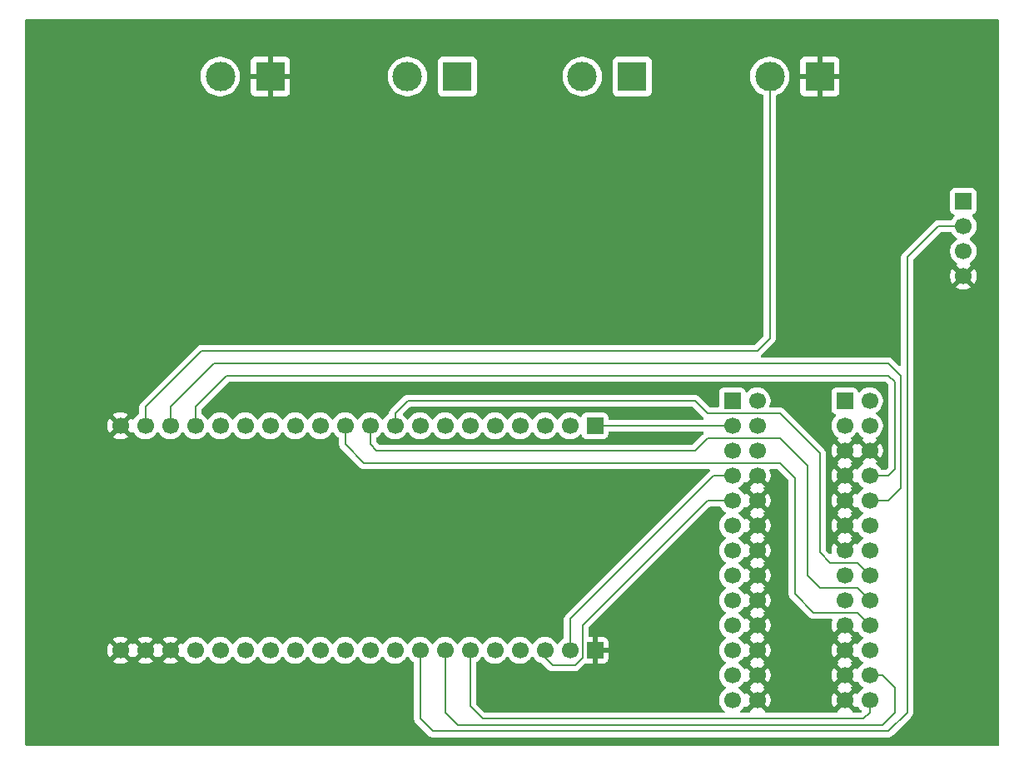
<source format=gbl>
G04 #@! TF.GenerationSoftware,KiCad,Pcbnew,9.0.3-9.0.3-0~ubuntu22.04.1*
G04 #@! TF.CreationDate,2025-07-11T11:46:56+01:00*
G04 #@! TF.ProjectId,dali-pcb,64616c69-2d70-4636-922e-6b696361645f,rev?*
G04 #@! TF.SameCoordinates,Original*
G04 #@! TF.FileFunction,Copper,L2,Bot*
G04 #@! TF.FilePolarity,Positive*
%FSLAX46Y46*%
G04 Gerber Fmt 4.6, Leading zero omitted, Abs format (unit mm)*
G04 Created by KiCad (PCBNEW 9.0.3-9.0.3-0~ubuntu22.04.1) date 2025-07-11 11:46:56*
%MOMM*%
%LPD*%
G01*
G04 APERTURE LIST*
G04 #@! TA.AperFunction,ComponentPad*
%ADD10R,1.700000X1.700000*%
G04 #@! TD*
G04 #@! TA.AperFunction,ComponentPad*
%ADD11C,1.700000*%
G04 #@! TD*
G04 #@! TA.AperFunction,ComponentPad*
%ADD12C,6.400000*%
G04 #@! TD*
G04 #@! TA.AperFunction,ComponentPad*
%ADD13R,3.000000X3.000000*%
G04 #@! TD*
G04 #@! TA.AperFunction,ComponentPad*
%ADD14C,3.000000*%
G04 #@! TD*
G04 #@! TA.AperFunction,ViaPad*
%ADD15C,0.600000*%
G04 #@! TD*
G04 #@! TA.AperFunction,Conductor*
%ADD16C,0.200000*%
G04 #@! TD*
G04 APERTURE END LIST*
D10*
X87630000Y-54610000D03*
D11*
X90170000Y-54610000D03*
X87630000Y-57150000D03*
X90170000Y-57150000D03*
X87630000Y-59690000D03*
X90170000Y-59690000D03*
X87630000Y-62230000D03*
X90170000Y-62230000D03*
X87630000Y-64770000D03*
X90170000Y-64770000D03*
X87630000Y-67310000D03*
X90170000Y-67310000D03*
X87630000Y-69850000D03*
X90170000Y-69850000D03*
X87630000Y-72390000D03*
X90170000Y-72390000D03*
X87630000Y-74930000D03*
X90170000Y-74930000D03*
X87630000Y-77470000D03*
X90170000Y-77470000D03*
X87630000Y-80010000D03*
X90170000Y-80010000D03*
X87630000Y-82550000D03*
X90170000Y-82550000D03*
X87630000Y-85090000D03*
X90170000Y-85090000D03*
D12*
X20490000Y-20490000D03*
D13*
X40640000Y-21590000D03*
D14*
X35560000Y-21590000D03*
D11*
X25400000Y-57150000D03*
X27940000Y-57150000D03*
X30480000Y-57150000D03*
X33020000Y-57150000D03*
X35560000Y-57150000D03*
X38100000Y-57150000D03*
X40640000Y-57150000D03*
X43180000Y-57150000D03*
X45720000Y-57150000D03*
X48260000Y-57150000D03*
X50800000Y-57150000D03*
X53340000Y-57150000D03*
X55880000Y-57150000D03*
X58420000Y-57150000D03*
X60960000Y-57150000D03*
X63500000Y-57150000D03*
X66040000Y-57150000D03*
X68580000Y-57150000D03*
X71120000Y-57150000D03*
D10*
X73660000Y-57150000D03*
D12*
X109990000Y-20490000D03*
D13*
X96520000Y-21590000D03*
D14*
X91440000Y-21590000D03*
D11*
X111125000Y-41910000D03*
X111125000Y-39370000D03*
X111125000Y-36830000D03*
D10*
X111125000Y-34290000D03*
D12*
X109990000Y-84990000D03*
D11*
X25400000Y-80010000D03*
X27940000Y-80010000D03*
X30480000Y-80010000D03*
X33020000Y-80010000D03*
X35560000Y-80010000D03*
X38100000Y-80010000D03*
X40640000Y-80010000D03*
X43180000Y-80010000D03*
X45720000Y-80010000D03*
X48260000Y-80010000D03*
X50800000Y-80010000D03*
X53340000Y-80010000D03*
X55880000Y-80010000D03*
X58420000Y-80010000D03*
X60960000Y-80010000D03*
X63500000Y-80010000D03*
X66040000Y-80010000D03*
X68580000Y-80010000D03*
X71120000Y-80010000D03*
D10*
X73660000Y-80010000D03*
D13*
X77462789Y-21590000D03*
D14*
X72382789Y-21590000D03*
D12*
X20490000Y-84990000D03*
D13*
X59682789Y-21590000D03*
D14*
X54602789Y-21590000D03*
D10*
X99060000Y-54610000D03*
D11*
X101600000Y-54610000D03*
X99060000Y-57150000D03*
X101600000Y-57150000D03*
X99060000Y-59690000D03*
X101600000Y-59690000D03*
X99060000Y-62230000D03*
X101600000Y-62230000D03*
X99060000Y-64770000D03*
X101600000Y-64770000D03*
X99060000Y-67310000D03*
X101600000Y-67310000D03*
X99060000Y-69850000D03*
X101600000Y-69850000D03*
X99060000Y-72390000D03*
X101600000Y-72390000D03*
X99060000Y-74930000D03*
X101600000Y-74930000D03*
X99060000Y-77470000D03*
X101600000Y-77470000D03*
X99060000Y-80010000D03*
X101600000Y-80010000D03*
X99060000Y-82550000D03*
X101600000Y-82550000D03*
X99060000Y-85090000D03*
X101600000Y-85090000D03*
D15*
X80010000Y-55880000D03*
X48260000Y-83820000D03*
X40640000Y-83820000D03*
X50800000Y-66040000D03*
X77470000Y-62865000D03*
X59690000Y-66040000D03*
X104775000Y-33020000D03*
X66040000Y-21590000D03*
X72390000Y-33020000D03*
X81280000Y-33020000D03*
X48260000Y-36449000D03*
X48260000Y-34163000D03*
X48260000Y-38735000D03*
X55372000Y-42418000D03*
X52324000Y-35560000D03*
X26035000Y-36830000D03*
X31115000Y-36830000D03*
X26670000Y-29718000D03*
X31750000Y-24130000D03*
X72390000Y-40005000D03*
X62230000Y-38100000D03*
X62230000Y-34290000D03*
X43688000Y-29464000D03*
X41656000Y-29464000D03*
X81280000Y-39497000D03*
X45720000Y-29464000D03*
X37592000Y-29464000D03*
X81280000Y-42545000D03*
X39624000Y-29464000D03*
X80645000Y-58420000D03*
D16*
X101600000Y-62230000D02*
X103505000Y-62230000D01*
X103505000Y-62230000D02*
X104140000Y-61595000D01*
X36195000Y-52070000D02*
X33020000Y-55245000D01*
X104140000Y-61595000D02*
X104140000Y-52705000D01*
X104140000Y-52705000D02*
X103505000Y-52070000D01*
X103505000Y-52070000D02*
X36195000Y-52070000D01*
X33020000Y-55245000D02*
X33020000Y-57150000D01*
X101600000Y-64770000D02*
X103505000Y-64770000D01*
X30480000Y-55245000D02*
X30480000Y-57150000D01*
X103505000Y-64770000D02*
X104775000Y-63500000D01*
X104775000Y-63500000D02*
X104775000Y-52070000D01*
X104775000Y-52070000D02*
X103505000Y-50800000D01*
X103505000Y-50800000D02*
X34925000Y-50800000D01*
X34925000Y-50800000D02*
X30480000Y-55245000D01*
X27940000Y-57150000D02*
X27940000Y-55245000D01*
X27940000Y-55245000D02*
X33655000Y-49530000D01*
X90170000Y-49530000D02*
X91440000Y-48260000D01*
X33655000Y-49530000D02*
X90170000Y-49530000D01*
X91440000Y-48260000D02*
X91440000Y-21590000D01*
X101600000Y-77470000D02*
X100330000Y-76200000D01*
X100330000Y-76200000D02*
X95885000Y-76200000D01*
X95885000Y-76200000D02*
X93980000Y-74295000D01*
X50165000Y-60960000D02*
X48260000Y-59055000D01*
X93980000Y-74295000D02*
X93980000Y-62484000D01*
X93980000Y-62484000D02*
X92456000Y-60960000D01*
X92456000Y-60960000D02*
X50165000Y-60960000D01*
X48260000Y-59055000D02*
X48260000Y-57150000D01*
X101600000Y-74930000D02*
X100330000Y-73660000D01*
X100330000Y-73660000D02*
X96520000Y-73660000D01*
X83820000Y-59690000D02*
X51435000Y-59690000D01*
X96520000Y-73660000D02*
X95250000Y-72390000D01*
X95250000Y-72390000D02*
X95250000Y-61214000D01*
X95250000Y-61214000D02*
X92456000Y-58420000D01*
X92456000Y-58420000D02*
X85090000Y-58420000D01*
X85090000Y-58420000D02*
X83820000Y-59690000D01*
X51435000Y-59690000D02*
X50800000Y-59055000D01*
X50800000Y-59055000D02*
X50800000Y-57150000D01*
X101600000Y-72390000D02*
X100330000Y-71120000D01*
X100330000Y-71120000D02*
X97611120Y-71120000D01*
X83820000Y-54610000D02*
X54610000Y-54610000D01*
X97611120Y-71120000D02*
X96520000Y-70028880D01*
X96520000Y-70028880D02*
X96520000Y-59944000D01*
X96520000Y-59944000D02*
X92456000Y-55880000D01*
X92456000Y-55880000D02*
X85090000Y-55880000D01*
X53340000Y-55880000D02*
X53340000Y-57150000D01*
X85090000Y-55880000D02*
X83820000Y-54610000D01*
X54610000Y-54610000D02*
X53340000Y-55880000D01*
X101600000Y-85090000D02*
X101600000Y-86360000D01*
X100965000Y-86995000D02*
X62230000Y-86995000D01*
X101600000Y-86360000D02*
X100965000Y-86995000D01*
X62230000Y-86995000D02*
X60960000Y-85725000D01*
X60960000Y-85725000D02*
X60960000Y-80010000D01*
X101600000Y-82550000D02*
X102870000Y-82550000D01*
X102870000Y-82550000D02*
X104140000Y-83820000D01*
X104140000Y-83820000D02*
X104140000Y-86360000D01*
X104140000Y-86360000D02*
X102870000Y-87630000D01*
X59690000Y-87630000D02*
X102870000Y-87630000D01*
X111125000Y-36830000D02*
X108585000Y-36830000D01*
X108585000Y-36830000D02*
X105410000Y-40005000D01*
X105410000Y-40005000D02*
X105410000Y-86360000D01*
X105410000Y-86360000D02*
X103505000Y-88265000D01*
X103505000Y-88265000D02*
X57150000Y-88265000D01*
X57150000Y-88265000D02*
X55880000Y-86995000D01*
X55880000Y-86995000D02*
X55880000Y-80010000D01*
X58420000Y-80010000D02*
X58420000Y-86360000D01*
X58420000Y-86360000D02*
X59690000Y-87630000D01*
X87630000Y-57150000D02*
X73660000Y-57150000D01*
X87630000Y-64770000D02*
X85090000Y-64770000D01*
X85090000Y-64770000D02*
X72390000Y-77470000D01*
X72390000Y-80772000D02*
X71628000Y-81534000D01*
X72390000Y-77470000D02*
X72390000Y-80772000D01*
X71628000Y-81534000D02*
X69342000Y-81534000D01*
X69342000Y-81534000D02*
X68580000Y-80772000D01*
X68580000Y-80772000D02*
X68580000Y-80010000D01*
X87630000Y-62230000D02*
X85725000Y-62230000D01*
X85725000Y-62230000D02*
X71120000Y-76835000D01*
X71120000Y-76835000D02*
X71120000Y-80010000D01*
G04 #@! TA.AperFunction,Conductor*
G36*
X86411320Y-65390185D02*
G01*
X86454765Y-65438205D01*
X86474947Y-65477814D01*
X86474948Y-65477815D01*
X86599890Y-65649786D01*
X86750213Y-65800109D01*
X86922182Y-65925050D01*
X86930946Y-65929516D01*
X86981742Y-65977491D01*
X86998536Y-66045312D01*
X86975998Y-66111447D01*
X86930946Y-66150484D01*
X86922182Y-66154949D01*
X86750213Y-66279890D01*
X86599890Y-66430213D01*
X86474951Y-66602179D01*
X86378444Y-66791585D01*
X86312753Y-66993760D01*
X86279500Y-67203713D01*
X86279500Y-67416286D01*
X86312753Y-67626239D01*
X86378444Y-67828414D01*
X86474951Y-68017820D01*
X86599890Y-68189786D01*
X86750213Y-68340109D01*
X86922182Y-68465050D01*
X86930946Y-68469516D01*
X86981742Y-68517491D01*
X86998536Y-68585312D01*
X86975998Y-68651447D01*
X86930946Y-68690484D01*
X86922182Y-68694949D01*
X86750213Y-68819890D01*
X86599890Y-68970213D01*
X86474951Y-69142179D01*
X86378444Y-69331585D01*
X86312753Y-69533760D01*
X86279500Y-69743713D01*
X86279500Y-69956286D01*
X86312735Y-70166127D01*
X86312754Y-70166243D01*
X86359718Y-70310784D01*
X86378444Y-70368414D01*
X86474951Y-70557820D01*
X86599890Y-70729786D01*
X86750213Y-70880109D01*
X86922182Y-71005050D01*
X86930946Y-71009516D01*
X86981742Y-71057491D01*
X86998536Y-71125312D01*
X86975998Y-71191447D01*
X86930946Y-71230484D01*
X86922182Y-71234949D01*
X86750213Y-71359890D01*
X86599890Y-71510213D01*
X86474951Y-71682179D01*
X86378444Y-71871585D01*
X86312753Y-72073760D01*
X86279500Y-72283713D01*
X86279500Y-72496286D01*
X86312735Y-72706127D01*
X86312754Y-72706243D01*
X86368428Y-72877590D01*
X86378444Y-72908414D01*
X86474951Y-73097820D01*
X86599890Y-73269786D01*
X86750213Y-73420109D01*
X86922182Y-73545050D01*
X86930946Y-73549516D01*
X86981742Y-73597491D01*
X86998536Y-73665312D01*
X86975998Y-73731447D01*
X86930946Y-73770484D01*
X86922182Y-73774949D01*
X86750213Y-73899890D01*
X86599890Y-74050213D01*
X86474951Y-74222179D01*
X86378444Y-74411585D01*
X86312753Y-74613760D01*
X86279500Y-74823713D01*
X86279500Y-75036286D01*
X86312753Y-75246239D01*
X86378444Y-75448414D01*
X86474951Y-75637820D01*
X86599890Y-75809786D01*
X86750213Y-75960109D01*
X86922182Y-76085050D01*
X86930946Y-76089516D01*
X86981742Y-76137491D01*
X86998536Y-76205312D01*
X86975998Y-76271447D01*
X86930946Y-76310484D01*
X86922182Y-76314949D01*
X86750213Y-76439890D01*
X86599890Y-76590213D01*
X86474951Y-76762179D01*
X86378444Y-76951585D01*
X86312753Y-77153760D01*
X86279500Y-77363713D01*
X86279500Y-77576286D01*
X86312753Y-77786239D01*
X86378444Y-77988414D01*
X86474951Y-78177820D01*
X86599890Y-78349786D01*
X86750213Y-78500109D01*
X86922182Y-78625050D01*
X86930946Y-78629516D01*
X86981742Y-78677491D01*
X86998536Y-78745312D01*
X86975998Y-78811447D01*
X86930946Y-78850484D01*
X86922182Y-78854949D01*
X86750213Y-78979890D01*
X86599890Y-79130213D01*
X86474951Y-79302179D01*
X86378444Y-79491585D01*
X86312753Y-79693760D01*
X86279500Y-79903713D01*
X86279500Y-80116286D01*
X86312753Y-80326239D01*
X86378444Y-80528414D01*
X86474951Y-80717820D01*
X86599890Y-80889786D01*
X86750213Y-81040109D01*
X86922182Y-81165050D01*
X86930946Y-81169516D01*
X86981742Y-81217491D01*
X86998536Y-81285312D01*
X86975998Y-81351447D01*
X86930946Y-81390484D01*
X86922182Y-81394949D01*
X86750213Y-81519890D01*
X86599890Y-81670213D01*
X86474951Y-81842179D01*
X86378444Y-82031585D01*
X86312753Y-82233760D01*
X86279500Y-82443713D01*
X86279500Y-82656286D01*
X86312753Y-82866239D01*
X86378444Y-83068414D01*
X86474951Y-83257820D01*
X86599890Y-83429786D01*
X86750213Y-83580109D01*
X86922182Y-83705050D01*
X86930946Y-83709516D01*
X86981742Y-83757491D01*
X86998536Y-83825312D01*
X86975998Y-83891447D01*
X86930946Y-83930484D01*
X86922182Y-83934949D01*
X86750213Y-84059890D01*
X86599890Y-84210213D01*
X86474951Y-84382179D01*
X86378444Y-84571585D01*
X86312753Y-84773760D01*
X86279500Y-84983713D01*
X86279500Y-85196286D01*
X86312735Y-85406127D01*
X86312754Y-85406243D01*
X86347306Y-85512584D01*
X86378444Y-85608414D01*
X86474951Y-85797820D01*
X86599890Y-85969786D01*
X86599896Y-85969792D01*
X86750208Y-86120104D01*
X86809764Y-86163374D01*
X86819134Y-86170181D01*
X86861800Y-86225511D01*
X86867779Y-86295124D01*
X86835174Y-86356920D01*
X86774335Y-86391277D01*
X86746249Y-86394500D01*
X62530097Y-86394500D01*
X62463058Y-86374815D01*
X62442416Y-86358181D01*
X61596819Y-85512584D01*
X61563334Y-85451261D01*
X61560500Y-85424903D01*
X61560500Y-81295718D01*
X61580185Y-81228679D01*
X61628207Y-81185233D01*
X61667815Y-81165052D01*
X61667815Y-81165051D01*
X61667816Y-81165051D01*
X61766187Y-81093581D01*
X61839786Y-81040109D01*
X61839788Y-81040106D01*
X61839792Y-81040104D01*
X61990104Y-80889792D01*
X61990106Y-80889788D01*
X61990109Y-80889786D01*
X62115048Y-80717820D01*
X62115047Y-80717820D01*
X62115051Y-80717816D01*
X62119514Y-80709054D01*
X62167488Y-80658259D01*
X62235308Y-80641463D01*
X62301444Y-80663999D01*
X62340486Y-80709056D01*
X62344951Y-80717820D01*
X62469890Y-80889786D01*
X62620213Y-81040109D01*
X62792179Y-81165048D01*
X62792181Y-81165049D01*
X62792184Y-81165051D01*
X62981588Y-81261557D01*
X63183757Y-81327246D01*
X63393713Y-81360500D01*
X63393714Y-81360500D01*
X63606286Y-81360500D01*
X63606287Y-81360500D01*
X63816243Y-81327246D01*
X64018412Y-81261557D01*
X64207816Y-81165051D01*
X64229789Y-81149086D01*
X64379786Y-81040109D01*
X64379788Y-81040106D01*
X64379792Y-81040104D01*
X64530104Y-80889792D01*
X64530106Y-80889788D01*
X64530109Y-80889786D01*
X64655048Y-80717820D01*
X64655047Y-80717820D01*
X64655051Y-80717816D01*
X64659514Y-80709054D01*
X64707488Y-80658259D01*
X64775308Y-80641463D01*
X64841444Y-80663999D01*
X64880486Y-80709056D01*
X64884951Y-80717820D01*
X65009890Y-80889786D01*
X65160213Y-81040109D01*
X65332179Y-81165048D01*
X65332181Y-81165049D01*
X65332184Y-81165051D01*
X65521588Y-81261557D01*
X65723757Y-81327246D01*
X65933713Y-81360500D01*
X65933714Y-81360500D01*
X66146286Y-81360500D01*
X66146287Y-81360500D01*
X66356243Y-81327246D01*
X66558412Y-81261557D01*
X66747816Y-81165051D01*
X66769789Y-81149086D01*
X66919786Y-81040109D01*
X66919788Y-81040106D01*
X66919792Y-81040104D01*
X67070104Y-80889792D01*
X67070106Y-80889788D01*
X67070109Y-80889786D01*
X67195048Y-80717820D01*
X67195047Y-80717820D01*
X67195051Y-80717816D01*
X67199514Y-80709054D01*
X67247488Y-80658259D01*
X67315308Y-80641463D01*
X67381444Y-80663999D01*
X67420486Y-80709056D01*
X67424951Y-80717820D01*
X67549890Y-80889786D01*
X67700213Y-81040109D01*
X67872179Y-81165048D01*
X67872181Y-81165049D01*
X67872184Y-81165051D01*
X67957568Y-81208556D01*
X68061583Y-81261555D01*
X68061585Y-81261555D01*
X68061588Y-81261557D01*
X68225588Y-81314844D01*
X68268392Y-81328752D01*
X68267636Y-81331077D01*
X68317770Y-81359005D01*
X68973284Y-82014520D01*
X68973286Y-82014521D01*
X68973290Y-82014524D01*
X69068478Y-82069480D01*
X69110216Y-82093577D01*
X69262943Y-82134501D01*
X69262945Y-82134501D01*
X69428654Y-82134501D01*
X69428670Y-82134500D01*
X71541331Y-82134500D01*
X71541347Y-82134501D01*
X71548943Y-82134501D01*
X71707054Y-82134501D01*
X71707057Y-82134501D01*
X71859785Y-82093577D01*
X71909904Y-82064639D01*
X71996716Y-82014520D01*
X72108520Y-81902716D01*
X72108520Y-81902714D01*
X72118728Y-81892507D01*
X72118729Y-81892504D01*
X72620058Y-81391177D01*
X72681376Y-81357695D01*
X72720993Y-81355572D01*
X72762163Y-81359999D01*
X72762172Y-81360000D01*
X73410000Y-81360000D01*
X73410000Y-80443012D01*
X73467007Y-80475925D01*
X73594174Y-80510000D01*
X73725826Y-80510000D01*
X73852993Y-80475925D01*
X73910000Y-80443012D01*
X73910000Y-81360000D01*
X74557828Y-81360000D01*
X74557844Y-81359999D01*
X74617372Y-81353598D01*
X74617379Y-81353596D01*
X74752086Y-81303354D01*
X74752093Y-81303350D01*
X74867187Y-81217190D01*
X74867190Y-81217187D01*
X74953350Y-81102093D01*
X74953354Y-81102086D01*
X75003596Y-80967379D01*
X75003598Y-80967372D01*
X75009999Y-80907844D01*
X75010000Y-80907827D01*
X75010000Y-80260000D01*
X74093012Y-80260000D01*
X74125925Y-80202993D01*
X74160000Y-80075826D01*
X74160000Y-79944174D01*
X74125925Y-79817007D01*
X74093012Y-79760000D01*
X75010000Y-79760000D01*
X75010000Y-79112172D01*
X75009999Y-79112155D01*
X75003598Y-79052627D01*
X75003596Y-79052620D01*
X74953354Y-78917913D01*
X74953350Y-78917906D01*
X74867190Y-78802812D01*
X74867187Y-78802809D01*
X74752093Y-78716649D01*
X74752086Y-78716645D01*
X74617379Y-78666403D01*
X74617372Y-78666401D01*
X74557844Y-78660000D01*
X73910000Y-78660000D01*
X73910000Y-79576988D01*
X73852993Y-79544075D01*
X73725826Y-79510000D01*
X73594174Y-79510000D01*
X73467007Y-79544075D01*
X73410000Y-79576988D01*
X73410000Y-78660000D01*
X73114500Y-78660000D01*
X73047461Y-78640315D01*
X73001706Y-78587511D01*
X72990500Y-78536000D01*
X72990500Y-77770097D01*
X73010185Y-77703058D01*
X73026819Y-77682416D01*
X85302416Y-65406819D01*
X85363739Y-65373334D01*
X85390097Y-65370500D01*
X86344281Y-65370500D01*
X86411320Y-65390185D01*
G37*
G04 #@! TD.AperFunction*
G04 #@! TA.AperFunction,Conductor*
G36*
X89704075Y-85282993D02*
G01*
X89769901Y-85397007D01*
X89862993Y-85490099D01*
X89977007Y-85555925D01*
X90040590Y-85572962D01*
X89408282Y-86205269D01*
X89412651Y-86260770D01*
X89398287Y-86329147D01*
X89349236Y-86378905D01*
X89289033Y-86394500D01*
X88513751Y-86394500D01*
X88446712Y-86374815D01*
X88400957Y-86322011D01*
X88391013Y-86252853D01*
X88420038Y-86189297D01*
X88440866Y-86170181D01*
X88509792Y-86120104D01*
X88660104Y-85969792D01*
X88660106Y-85969788D01*
X88660109Y-85969786D01*
X88745890Y-85851717D01*
X88785051Y-85797816D01*
X88789793Y-85788508D01*
X88837763Y-85737711D01*
X88905583Y-85720911D01*
X88971719Y-85743445D01*
X89010763Y-85788500D01*
X89015373Y-85797547D01*
X89054728Y-85851716D01*
X89687037Y-85219408D01*
X89704075Y-85282993D01*
G37*
G04 #@! TD.AperFunction*
G04 #@! TA.AperFunction,Conductor*
G36*
X92222942Y-61580185D02*
G01*
X92243584Y-61596819D01*
X93343181Y-62696416D01*
X93376666Y-62757739D01*
X93379500Y-62784097D01*
X93379500Y-74208330D01*
X93379499Y-74208348D01*
X93379499Y-74374054D01*
X93379498Y-74374054D01*
X93420424Y-74526789D01*
X93420425Y-74526790D01*
X93440340Y-74561283D01*
X93440341Y-74561284D01*
X93499477Y-74663712D01*
X93499481Y-74663717D01*
X93618349Y-74782585D01*
X93618355Y-74782590D01*
X95400139Y-76564374D01*
X95400149Y-76564385D01*
X95404479Y-76568715D01*
X95404480Y-76568716D01*
X95516284Y-76680520D01*
X95603095Y-76730639D01*
X95603097Y-76730641D01*
X95641151Y-76752611D01*
X95653215Y-76759577D01*
X95805943Y-76800501D01*
X95805946Y-76800501D01*
X95971653Y-76800501D01*
X95971669Y-76800500D01*
X97687388Y-76800500D01*
X97754427Y-76820185D01*
X97800182Y-76872989D01*
X97810126Y-76942147D01*
X97805319Y-76962818D01*
X97743242Y-77153869D01*
X97743242Y-77153872D01*
X97710000Y-77363753D01*
X97710000Y-77576246D01*
X97743242Y-77786127D01*
X97743242Y-77786130D01*
X97808904Y-77988217D01*
X97905375Y-78177550D01*
X97944728Y-78231716D01*
X98577036Y-77599407D01*
X98594075Y-77662993D01*
X98659901Y-77777007D01*
X98752993Y-77870099D01*
X98867007Y-77935925D01*
X98930590Y-77952962D01*
X98298282Y-78585269D01*
X98298282Y-78585270D01*
X98352452Y-78624626D01*
X98362048Y-78629516D01*
X98412844Y-78677491D01*
X98429638Y-78745312D01*
X98407100Y-78811447D01*
X98362051Y-78850483D01*
X98352440Y-78855380D01*
X98298282Y-78894727D01*
X98298282Y-78894728D01*
X98930591Y-79527037D01*
X98867007Y-79544075D01*
X98752993Y-79609901D01*
X98659901Y-79702993D01*
X98594075Y-79817007D01*
X98577037Y-79880591D01*
X97944728Y-79248282D01*
X97944727Y-79248282D01*
X97905380Y-79302439D01*
X97808904Y-79491782D01*
X97743242Y-79693869D01*
X97743242Y-79693872D01*
X97710000Y-79903753D01*
X97710000Y-80116246D01*
X97743242Y-80326127D01*
X97743242Y-80326130D01*
X97808904Y-80528217D01*
X97905375Y-80717550D01*
X97944728Y-80771716D01*
X98577037Y-80139408D01*
X98594075Y-80202993D01*
X98659901Y-80317007D01*
X98752993Y-80410099D01*
X98867007Y-80475925D01*
X98930590Y-80492962D01*
X98298282Y-81125269D01*
X98298282Y-81125270D01*
X98352452Y-81164626D01*
X98362048Y-81169516D01*
X98412844Y-81217491D01*
X98429638Y-81285312D01*
X98407100Y-81351447D01*
X98362051Y-81390483D01*
X98352440Y-81395380D01*
X98298282Y-81434727D01*
X98298282Y-81434728D01*
X98930591Y-82067037D01*
X98867007Y-82084075D01*
X98752993Y-82149901D01*
X98659901Y-82242993D01*
X98594075Y-82357007D01*
X98577037Y-82420591D01*
X97944728Y-81788282D01*
X97944727Y-81788282D01*
X97905380Y-81842439D01*
X97808904Y-82031782D01*
X97743242Y-82233869D01*
X97743242Y-82233872D01*
X97710000Y-82443753D01*
X97710000Y-82656246D01*
X97743242Y-82866127D01*
X97743242Y-82866130D01*
X97808904Y-83068217D01*
X97905375Y-83257550D01*
X97944728Y-83311716D01*
X98577037Y-82679408D01*
X98594075Y-82742993D01*
X98659901Y-82857007D01*
X98752993Y-82950099D01*
X98867007Y-83015925D01*
X98930590Y-83032962D01*
X98298282Y-83665269D01*
X98298282Y-83665270D01*
X98352452Y-83704626D01*
X98362048Y-83709516D01*
X98412844Y-83757491D01*
X98429638Y-83825312D01*
X98407100Y-83891447D01*
X98362051Y-83930483D01*
X98352440Y-83935380D01*
X98298282Y-83974727D01*
X98298282Y-83974728D01*
X98930591Y-84607037D01*
X98867007Y-84624075D01*
X98752993Y-84689901D01*
X98659901Y-84782993D01*
X98594075Y-84897007D01*
X98577037Y-84960591D01*
X97944728Y-84328282D01*
X97944727Y-84328282D01*
X97905380Y-84382439D01*
X97808904Y-84571782D01*
X97743242Y-84773869D01*
X97743242Y-84773872D01*
X97710000Y-84983753D01*
X97710000Y-85196246D01*
X97743242Y-85406127D01*
X97743242Y-85406130D01*
X97808904Y-85608217D01*
X97905375Y-85797550D01*
X97944728Y-85851716D01*
X98577037Y-85219408D01*
X98594075Y-85282993D01*
X98659901Y-85397007D01*
X98752993Y-85490099D01*
X98867007Y-85555925D01*
X98930590Y-85572962D01*
X98298282Y-86205269D01*
X98302651Y-86260770D01*
X98288287Y-86329147D01*
X98239236Y-86378905D01*
X98179033Y-86394500D01*
X91050967Y-86394500D01*
X90983928Y-86374815D01*
X90938173Y-86322011D01*
X90927349Y-86260771D01*
X90931716Y-86205270D01*
X90299408Y-85572962D01*
X90362993Y-85555925D01*
X90477007Y-85490099D01*
X90570099Y-85397007D01*
X90635925Y-85282993D01*
X90652962Y-85219408D01*
X91285270Y-85851717D01*
X91285270Y-85851716D01*
X91324622Y-85797554D01*
X91421095Y-85608217D01*
X91486757Y-85406130D01*
X91486757Y-85406127D01*
X91520000Y-85196246D01*
X91520000Y-84983753D01*
X91486757Y-84773872D01*
X91486757Y-84773869D01*
X91421095Y-84571782D01*
X91324624Y-84382449D01*
X91285270Y-84328282D01*
X91285269Y-84328282D01*
X90652962Y-84960590D01*
X90635925Y-84897007D01*
X90570099Y-84782993D01*
X90477007Y-84689901D01*
X90362993Y-84624075D01*
X90299409Y-84607037D01*
X90931716Y-83974728D01*
X90877550Y-83935375D01*
X90867954Y-83930486D01*
X90817157Y-83882512D01*
X90800361Y-83814692D01*
X90821288Y-83750895D01*
X90900027Y-83633581D01*
X90299408Y-83032962D01*
X90362993Y-83015925D01*
X90477007Y-82950099D01*
X90570099Y-82857007D01*
X90635925Y-82742993D01*
X90652962Y-82679408D01*
X91285270Y-83311717D01*
X91285270Y-83311716D01*
X91324622Y-83257554D01*
X91421095Y-83068217D01*
X91486757Y-82866130D01*
X91486757Y-82866127D01*
X91520000Y-82656246D01*
X91520000Y-82443753D01*
X91486757Y-82233872D01*
X91486757Y-82233869D01*
X91421095Y-82031782D01*
X91324624Y-81842449D01*
X91285270Y-81788282D01*
X91285269Y-81788282D01*
X90652962Y-82420590D01*
X90635925Y-82357007D01*
X90570099Y-82242993D01*
X90477007Y-82149901D01*
X90362993Y-82084075D01*
X90299409Y-82067037D01*
X90931716Y-81434728D01*
X90877550Y-81395375D01*
X90867954Y-81390486D01*
X90817157Y-81342512D01*
X90800361Y-81274692D01*
X90821288Y-81210895D01*
X90900027Y-81093581D01*
X90299408Y-80492962D01*
X90362993Y-80475925D01*
X90477007Y-80410099D01*
X90570099Y-80317007D01*
X90635925Y-80202993D01*
X90652962Y-80139408D01*
X91285270Y-80771717D01*
X91285270Y-80771716D01*
X91324622Y-80717554D01*
X91421095Y-80528217D01*
X91486757Y-80326130D01*
X91486757Y-80326127D01*
X91520000Y-80116246D01*
X91520000Y-79903753D01*
X91486757Y-79693872D01*
X91486757Y-79693869D01*
X91421095Y-79491782D01*
X91324624Y-79302449D01*
X91285270Y-79248282D01*
X90652962Y-79880590D01*
X90635925Y-79817007D01*
X90570099Y-79702993D01*
X90477007Y-79609901D01*
X90362993Y-79544075D01*
X90299409Y-79527037D01*
X90931716Y-78894728D01*
X90877550Y-78855375D01*
X90867954Y-78850486D01*
X90817157Y-78802512D01*
X90800361Y-78734692D01*
X90821288Y-78670895D01*
X90900027Y-78553581D01*
X90299408Y-77952962D01*
X90362993Y-77935925D01*
X90477007Y-77870099D01*
X90570099Y-77777007D01*
X90635925Y-77662993D01*
X90652962Y-77599408D01*
X91285270Y-78231717D01*
X91285270Y-78231716D01*
X91324622Y-78177554D01*
X91421095Y-77988217D01*
X91486757Y-77786130D01*
X91486757Y-77786127D01*
X91520000Y-77576246D01*
X91520000Y-77363753D01*
X91486757Y-77153872D01*
X91486757Y-77153869D01*
X91421095Y-76951782D01*
X91324624Y-76762449D01*
X91285270Y-76708282D01*
X91285269Y-76708282D01*
X90652962Y-77340590D01*
X90635925Y-77277007D01*
X90570099Y-77162993D01*
X90477007Y-77069901D01*
X90362993Y-77004075D01*
X90299409Y-76987037D01*
X90931716Y-76354728D01*
X90877550Y-76315375D01*
X90867954Y-76310486D01*
X90817157Y-76262512D01*
X90800361Y-76194692D01*
X90822897Y-76128556D01*
X90867954Y-76089514D01*
X90877554Y-76084622D01*
X90931716Y-76045270D01*
X90931717Y-76045270D01*
X90299408Y-75412962D01*
X90362993Y-75395925D01*
X90477007Y-75330099D01*
X90570099Y-75237007D01*
X90635925Y-75122993D01*
X90652962Y-75059408D01*
X91285270Y-75691717D01*
X91285270Y-75691716D01*
X91324622Y-75637554D01*
X91421095Y-75448217D01*
X91486757Y-75246130D01*
X91486757Y-75246127D01*
X91520000Y-75036246D01*
X91520000Y-74823753D01*
X91486757Y-74613872D01*
X91486757Y-74613869D01*
X91421095Y-74411782D01*
X91324624Y-74222449D01*
X91285270Y-74168282D01*
X91285269Y-74168282D01*
X90652962Y-74800590D01*
X90635925Y-74737007D01*
X90570099Y-74622993D01*
X90477007Y-74529901D01*
X90362993Y-74464075D01*
X90299409Y-74447037D01*
X90931716Y-73814728D01*
X90877550Y-73775375D01*
X90867954Y-73770486D01*
X90817157Y-73722512D01*
X90800361Y-73654692D01*
X90822897Y-73588556D01*
X90867954Y-73549514D01*
X90877554Y-73544622D01*
X90931716Y-73505270D01*
X90931717Y-73505270D01*
X90299408Y-72872962D01*
X90362993Y-72855925D01*
X90477007Y-72790099D01*
X90570099Y-72697007D01*
X90635925Y-72582993D01*
X90652962Y-72519408D01*
X91285270Y-73151717D01*
X91285270Y-73151716D01*
X91324622Y-73097554D01*
X91421095Y-72908217D01*
X91486757Y-72706130D01*
X91486757Y-72706127D01*
X91520000Y-72496246D01*
X91520000Y-72283753D01*
X91486757Y-72073872D01*
X91486757Y-72073869D01*
X91421095Y-71871782D01*
X91324624Y-71682449D01*
X91285270Y-71628282D01*
X91285269Y-71628282D01*
X90652962Y-72260590D01*
X90635925Y-72197007D01*
X90570099Y-72082993D01*
X90477007Y-71989901D01*
X90362993Y-71924075D01*
X90299409Y-71907037D01*
X90931716Y-71274728D01*
X90877550Y-71235375D01*
X90867954Y-71230486D01*
X90817157Y-71182512D01*
X90800361Y-71114692D01*
X90822897Y-71048556D01*
X90867954Y-71009514D01*
X90877554Y-71004622D01*
X90931716Y-70965270D01*
X90931717Y-70965270D01*
X90299408Y-70332962D01*
X90362993Y-70315925D01*
X90477007Y-70250099D01*
X90570099Y-70157007D01*
X90635925Y-70042993D01*
X90652962Y-69979408D01*
X91285270Y-70611717D01*
X91285270Y-70611716D01*
X91324622Y-70557554D01*
X91421095Y-70368217D01*
X91486757Y-70166130D01*
X91486757Y-70166127D01*
X91520000Y-69956246D01*
X91520000Y-69743753D01*
X91486757Y-69533872D01*
X91486757Y-69533869D01*
X91421095Y-69331782D01*
X91324624Y-69142449D01*
X91285270Y-69088282D01*
X91285269Y-69088282D01*
X90652962Y-69720590D01*
X90635925Y-69657007D01*
X90570099Y-69542993D01*
X90477007Y-69449901D01*
X90362993Y-69384075D01*
X90299409Y-69367037D01*
X90931716Y-68734728D01*
X90877550Y-68695375D01*
X90867954Y-68690486D01*
X90817157Y-68642512D01*
X90800361Y-68574692D01*
X90822897Y-68508556D01*
X90867954Y-68469514D01*
X90877554Y-68464622D01*
X90931716Y-68425270D01*
X90931717Y-68425270D01*
X90299408Y-67792962D01*
X90362993Y-67775925D01*
X90477007Y-67710099D01*
X90570099Y-67617007D01*
X90635925Y-67502993D01*
X90652962Y-67439408D01*
X91285270Y-68071717D01*
X91285270Y-68071716D01*
X91324622Y-68017554D01*
X91421095Y-67828217D01*
X91486757Y-67626130D01*
X91486757Y-67626127D01*
X91520000Y-67416246D01*
X91520000Y-67203753D01*
X91486757Y-66993872D01*
X91486757Y-66993869D01*
X91421095Y-66791782D01*
X91324624Y-66602449D01*
X91285270Y-66548282D01*
X91285269Y-66548282D01*
X90652962Y-67180590D01*
X90635925Y-67117007D01*
X90570099Y-67002993D01*
X90477007Y-66909901D01*
X90362993Y-66844075D01*
X90299409Y-66827037D01*
X90931716Y-66194728D01*
X90877550Y-66155375D01*
X90867954Y-66150486D01*
X90817157Y-66102512D01*
X90800361Y-66034692D01*
X90822897Y-65968556D01*
X90867954Y-65929514D01*
X90877554Y-65924622D01*
X90931716Y-65885270D01*
X90931717Y-65885270D01*
X90299408Y-65252962D01*
X90362993Y-65235925D01*
X90477007Y-65170099D01*
X90570099Y-65077007D01*
X90635925Y-64962993D01*
X90652962Y-64899408D01*
X91285270Y-65531717D01*
X91285270Y-65531716D01*
X91324622Y-65477554D01*
X91421095Y-65288217D01*
X91486757Y-65086130D01*
X91486757Y-65086127D01*
X91520000Y-64876246D01*
X91520000Y-64663753D01*
X91486757Y-64453872D01*
X91486757Y-64453869D01*
X91421095Y-64251782D01*
X91324624Y-64062449D01*
X91285270Y-64008282D01*
X91285269Y-64008282D01*
X90652962Y-64640590D01*
X90635925Y-64577007D01*
X90570099Y-64462993D01*
X90477007Y-64369901D01*
X90362993Y-64304075D01*
X90299409Y-64287037D01*
X90931716Y-63654728D01*
X90877550Y-63615375D01*
X90867954Y-63610486D01*
X90817157Y-63562512D01*
X90800361Y-63494692D01*
X90822897Y-63428556D01*
X90867954Y-63389514D01*
X90877554Y-63384622D01*
X90931716Y-63345270D01*
X90931717Y-63345270D01*
X90299408Y-62712962D01*
X90362993Y-62695925D01*
X90477007Y-62630099D01*
X90570099Y-62537007D01*
X90635925Y-62422993D01*
X90652962Y-62359409D01*
X91285270Y-62991717D01*
X91285270Y-62991716D01*
X91324622Y-62937554D01*
X91421095Y-62748217D01*
X91486757Y-62546130D01*
X91486757Y-62546127D01*
X91520000Y-62336246D01*
X91520000Y-62123753D01*
X91486757Y-61913872D01*
X91486757Y-61913869D01*
X91424681Y-61722818D01*
X91422686Y-61652977D01*
X91458766Y-61593144D01*
X91521467Y-61562316D01*
X91542612Y-61560500D01*
X92155903Y-61560500D01*
X92222942Y-61580185D01*
G37*
G04 #@! TD.AperFunction*
G04 #@! TA.AperFunction,Conductor*
G36*
X100175270Y-85851717D02*
G01*
X100175270Y-85851716D01*
X100214622Y-85797555D01*
X100219232Y-85788507D01*
X100267205Y-85737709D01*
X100335025Y-85720912D01*
X100401161Y-85743447D01*
X100440204Y-85788504D01*
X100444949Y-85797817D01*
X100569890Y-85969786D01*
X100720211Y-86120107D01*
X100759392Y-86148573D01*
X100770806Y-86163374D01*
X100785772Y-86174577D01*
X100791700Y-86190470D01*
X100802059Y-86203903D01*
X100803658Y-86222525D01*
X100810192Y-86240040D01*
X100806586Y-86256617D01*
X100808038Y-86273516D01*
X100799316Y-86290046D01*
X100795343Y-86308314D01*
X100776145Y-86333960D01*
X100775433Y-86335311D01*
X100774193Y-86336569D01*
X100752587Y-86358177D01*
X100691266Y-86391665D01*
X100664902Y-86394500D01*
X99940967Y-86394500D01*
X99873928Y-86374815D01*
X99828173Y-86322011D01*
X99817349Y-86260771D01*
X99821716Y-86205270D01*
X99189408Y-85572962D01*
X99252993Y-85555925D01*
X99367007Y-85490099D01*
X99460099Y-85397007D01*
X99525925Y-85282993D01*
X99542962Y-85219408D01*
X100175270Y-85851717D01*
G37*
G04 #@! TD.AperFunction*
G04 #@! TA.AperFunction,Conductor*
G36*
X89704075Y-82742993D02*
G01*
X89769901Y-82857007D01*
X89862993Y-82950099D01*
X89977007Y-83015925D01*
X90040591Y-83032962D01*
X89439971Y-83633581D01*
X89518711Y-83750895D01*
X89519920Y-83754729D01*
X89522844Y-83757491D01*
X89530343Y-83787778D01*
X89539727Y-83817529D01*
X89538671Y-83821408D01*
X89539638Y-83825312D01*
X89529573Y-83854844D01*
X89521383Y-83884947D01*
X89518397Y-83887640D01*
X89517100Y-83891447D01*
X89472051Y-83930483D01*
X89462440Y-83935380D01*
X89408282Y-83974727D01*
X89408282Y-83974728D01*
X90040591Y-84607037D01*
X89977007Y-84624075D01*
X89862993Y-84689901D01*
X89769901Y-84782993D01*
X89704075Y-84897007D01*
X89687037Y-84960591D01*
X89054728Y-84328282D01*
X89054727Y-84328282D01*
X89015380Y-84382440D01*
X89015376Y-84382446D01*
X89010760Y-84391505D01*
X88962781Y-84442297D01*
X88894959Y-84459087D01*
X88828826Y-84436543D01*
X88789794Y-84391493D01*
X88785051Y-84382184D01*
X88785049Y-84382181D01*
X88785048Y-84382179D01*
X88660109Y-84210213D01*
X88509786Y-84059890D01*
X88337820Y-83934951D01*
X88337115Y-83934591D01*
X88329054Y-83930485D01*
X88278259Y-83882512D01*
X88261463Y-83814692D01*
X88283999Y-83748556D01*
X88329054Y-83709515D01*
X88337816Y-83705051D01*
X88436187Y-83633581D01*
X88509786Y-83580109D01*
X88509788Y-83580106D01*
X88509792Y-83580104D01*
X88660104Y-83429792D01*
X88660106Y-83429788D01*
X88660109Y-83429786D01*
X88745890Y-83311717D01*
X88785051Y-83257816D01*
X88789793Y-83248508D01*
X88837763Y-83197711D01*
X88905583Y-83180911D01*
X88971719Y-83203445D01*
X89010763Y-83248500D01*
X89015373Y-83257547D01*
X89054728Y-83311716D01*
X89687037Y-82679408D01*
X89704075Y-82742993D01*
G37*
G04 #@! TD.AperFunction*
G04 #@! TA.AperFunction,Conductor*
G36*
X100175270Y-83311717D02*
G01*
X100175270Y-83311716D01*
X100214622Y-83257555D01*
X100219232Y-83248507D01*
X100267205Y-83197709D01*
X100335025Y-83180912D01*
X100401161Y-83203447D01*
X100440204Y-83248504D01*
X100444949Y-83257817D01*
X100569890Y-83429786D01*
X100720213Y-83580109D01*
X100892182Y-83705050D01*
X100900946Y-83709516D01*
X100951742Y-83757491D01*
X100968536Y-83825312D01*
X100945998Y-83891447D01*
X100900946Y-83930484D01*
X100892182Y-83934949D01*
X100720213Y-84059890D01*
X100569890Y-84210213D01*
X100444949Y-84382182D01*
X100440202Y-84391499D01*
X100392227Y-84442293D01*
X100324405Y-84459087D01*
X100258271Y-84436548D01*
X100219234Y-84391495D01*
X100214626Y-84382452D01*
X100175270Y-84328282D01*
X100175269Y-84328282D01*
X99542962Y-84960590D01*
X99525925Y-84897007D01*
X99460099Y-84782993D01*
X99367007Y-84689901D01*
X99252993Y-84624075D01*
X99189409Y-84607037D01*
X99821716Y-83974728D01*
X99767550Y-83935375D01*
X99757954Y-83930486D01*
X99707157Y-83882512D01*
X99690361Y-83814692D01*
X99712897Y-83748556D01*
X99757954Y-83709514D01*
X99767554Y-83704622D01*
X99821716Y-83665270D01*
X99821717Y-83665270D01*
X99189408Y-83032962D01*
X99252993Y-83015925D01*
X99367007Y-82950099D01*
X99460099Y-82857007D01*
X99525925Y-82742993D01*
X99542962Y-82679408D01*
X100175270Y-83311717D01*
G37*
G04 #@! TD.AperFunction*
G04 #@! TA.AperFunction,Conductor*
G36*
X89704075Y-80202993D02*
G01*
X89769901Y-80317007D01*
X89862993Y-80410099D01*
X89977007Y-80475925D01*
X90040591Y-80492962D01*
X89439971Y-81093581D01*
X89518711Y-81210895D01*
X89519920Y-81214729D01*
X89522844Y-81217491D01*
X89530343Y-81247778D01*
X89539727Y-81277529D01*
X89538671Y-81281408D01*
X89539638Y-81285312D01*
X89529573Y-81314844D01*
X89521383Y-81344947D01*
X89518397Y-81347640D01*
X89517100Y-81351447D01*
X89472051Y-81390483D01*
X89462440Y-81395380D01*
X89408282Y-81434727D01*
X89408282Y-81434728D01*
X90040591Y-82067037D01*
X89977007Y-82084075D01*
X89862993Y-82149901D01*
X89769901Y-82242993D01*
X89704075Y-82357007D01*
X89687037Y-82420591D01*
X89054728Y-81788282D01*
X89054727Y-81788282D01*
X89015380Y-81842440D01*
X89015376Y-81842446D01*
X89010760Y-81851505D01*
X88962781Y-81902297D01*
X88894959Y-81919087D01*
X88828826Y-81896543D01*
X88789794Y-81851493D01*
X88785051Y-81842184D01*
X88785049Y-81842181D01*
X88785048Y-81842179D01*
X88660109Y-81670213D01*
X88509786Y-81519890D01*
X88337820Y-81394951D01*
X88337115Y-81394591D01*
X88329054Y-81390485D01*
X88278259Y-81342512D01*
X88261463Y-81274692D01*
X88283999Y-81208556D01*
X88329054Y-81169515D01*
X88337816Y-81165051D01*
X88359789Y-81149086D01*
X88509786Y-81040109D01*
X88509788Y-81040106D01*
X88509792Y-81040104D01*
X88660104Y-80889792D01*
X88660106Y-80889788D01*
X88660109Y-80889786D01*
X88745890Y-80771717D01*
X88785051Y-80717816D01*
X88789793Y-80708508D01*
X88837763Y-80657711D01*
X88905583Y-80640911D01*
X88971719Y-80663445D01*
X89010763Y-80708500D01*
X89015373Y-80717547D01*
X89054728Y-80771716D01*
X89687037Y-80139408D01*
X89704075Y-80202993D01*
G37*
G04 #@! TD.AperFunction*
G04 #@! TA.AperFunction,Conductor*
G36*
X100175270Y-80771717D02*
G01*
X100175270Y-80771716D01*
X100214622Y-80717555D01*
X100219232Y-80708507D01*
X100267205Y-80657709D01*
X100335025Y-80640912D01*
X100401161Y-80663447D01*
X100440204Y-80708504D01*
X100444949Y-80717817D01*
X100569890Y-80889786D01*
X100720213Y-81040109D01*
X100892182Y-81165050D01*
X100900946Y-81169516D01*
X100951742Y-81217491D01*
X100968536Y-81285312D01*
X100945998Y-81351447D01*
X100900946Y-81390484D01*
X100892182Y-81394949D01*
X100720213Y-81519890D01*
X100569890Y-81670213D01*
X100444949Y-81842182D01*
X100440202Y-81851499D01*
X100392227Y-81902293D01*
X100324405Y-81919087D01*
X100258271Y-81896548D01*
X100219234Y-81851495D01*
X100214626Y-81842452D01*
X100175270Y-81788282D01*
X100175269Y-81788282D01*
X99542962Y-82420590D01*
X99525925Y-82357007D01*
X99460099Y-82242993D01*
X99367007Y-82149901D01*
X99252993Y-82084075D01*
X99189409Y-82067037D01*
X99821716Y-81434728D01*
X99767550Y-81395375D01*
X99757954Y-81390486D01*
X99707157Y-81342512D01*
X99690361Y-81274692D01*
X99712897Y-81208556D01*
X99757954Y-81169514D01*
X99767554Y-81164622D01*
X99821716Y-81125270D01*
X99821717Y-81125270D01*
X99189408Y-80492962D01*
X99252993Y-80475925D01*
X99367007Y-80410099D01*
X99460099Y-80317007D01*
X99525925Y-80202993D01*
X99542962Y-80139408D01*
X100175270Y-80771717D01*
G37*
G04 #@! TD.AperFunction*
G04 #@! TA.AperFunction,Conductor*
G36*
X89704075Y-77662993D02*
G01*
X89769901Y-77777007D01*
X89862993Y-77870099D01*
X89977007Y-77935925D01*
X90040591Y-77952962D01*
X89439971Y-78553581D01*
X89518711Y-78670895D01*
X89519920Y-78674729D01*
X89522844Y-78677491D01*
X89530343Y-78707778D01*
X89539727Y-78737529D01*
X89538671Y-78741408D01*
X89539638Y-78745312D01*
X89529573Y-78774844D01*
X89521383Y-78804947D01*
X89518397Y-78807640D01*
X89517100Y-78811447D01*
X89472051Y-78850483D01*
X89462440Y-78855380D01*
X89408282Y-78894727D01*
X89408282Y-78894728D01*
X90040591Y-79527037D01*
X89977007Y-79544075D01*
X89862993Y-79609901D01*
X89769901Y-79702993D01*
X89704075Y-79817007D01*
X89687037Y-79880591D01*
X89054728Y-79248282D01*
X89054727Y-79248282D01*
X89015380Y-79302440D01*
X89015376Y-79302446D01*
X89010760Y-79311505D01*
X88962781Y-79362297D01*
X88894959Y-79379087D01*
X88828826Y-79356543D01*
X88789794Y-79311493D01*
X88785051Y-79302184D01*
X88785049Y-79302181D01*
X88785048Y-79302179D01*
X88660109Y-79130213D01*
X88509786Y-78979890D01*
X88337820Y-78854951D01*
X88337115Y-78854591D01*
X88329054Y-78850485D01*
X88278259Y-78802512D01*
X88261463Y-78734692D01*
X88283999Y-78668556D01*
X88329054Y-78629515D01*
X88337816Y-78625051D01*
X88436187Y-78553581D01*
X88509786Y-78500109D01*
X88509788Y-78500106D01*
X88509792Y-78500104D01*
X88660104Y-78349792D01*
X88660106Y-78349788D01*
X88660109Y-78349786D01*
X88745890Y-78231717D01*
X88785051Y-78177816D01*
X88789793Y-78168508D01*
X88837763Y-78117711D01*
X88905583Y-78100911D01*
X88971719Y-78123445D01*
X89010763Y-78168500D01*
X89015373Y-78177547D01*
X89054728Y-78231716D01*
X89687037Y-77599408D01*
X89704075Y-77662993D01*
G37*
G04 #@! TD.AperFunction*
G04 #@! TA.AperFunction,Conductor*
G36*
X100175270Y-78231717D02*
G01*
X100175270Y-78231716D01*
X100214622Y-78177555D01*
X100219232Y-78168507D01*
X100267205Y-78117709D01*
X100335025Y-78100912D01*
X100401161Y-78123447D01*
X100440204Y-78168504D01*
X100444949Y-78177817D01*
X100569890Y-78349786D01*
X100720213Y-78500109D01*
X100892182Y-78625050D01*
X100900946Y-78629516D01*
X100951742Y-78677491D01*
X100968536Y-78745312D01*
X100945998Y-78811447D01*
X100900946Y-78850484D01*
X100892182Y-78854949D01*
X100720213Y-78979890D01*
X100569890Y-79130213D01*
X100444949Y-79302182D01*
X100440202Y-79311499D01*
X100392227Y-79362293D01*
X100324405Y-79379087D01*
X100258271Y-79356548D01*
X100219234Y-79311495D01*
X100214626Y-79302452D01*
X100175270Y-79248282D01*
X100175269Y-79248282D01*
X99542962Y-79880590D01*
X99525925Y-79817007D01*
X99460099Y-79702993D01*
X99367007Y-79609901D01*
X99252993Y-79544075D01*
X99189409Y-79527037D01*
X99821716Y-78894728D01*
X99767550Y-78855375D01*
X99757954Y-78850486D01*
X99707157Y-78802512D01*
X99690361Y-78734692D01*
X99712897Y-78668556D01*
X99757954Y-78629514D01*
X99767554Y-78624622D01*
X99821716Y-78585270D01*
X99821717Y-78585270D01*
X99189408Y-77952962D01*
X99252993Y-77935925D01*
X99367007Y-77870099D01*
X99460099Y-77777007D01*
X99525925Y-77662993D01*
X99542962Y-77599409D01*
X100175270Y-78231717D01*
G37*
G04 #@! TD.AperFunction*
G04 #@! TA.AperFunction,Conductor*
G36*
X89704075Y-75122993D02*
G01*
X89769901Y-75237007D01*
X89862993Y-75330099D01*
X89977007Y-75395925D01*
X90040591Y-75412962D01*
X89439971Y-76013581D01*
X89518711Y-76130895D01*
X89519920Y-76134729D01*
X89522844Y-76137491D01*
X89530343Y-76167778D01*
X89539727Y-76197529D01*
X89538671Y-76201408D01*
X89539638Y-76205312D01*
X89529573Y-76234844D01*
X89521383Y-76264947D01*
X89518397Y-76267640D01*
X89517100Y-76271447D01*
X89472051Y-76310483D01*
X89462440Y-76315380D01*
X89408282Y-76354727D01*
X89408282Y-76354728D01*
X90040591Y-76987037D01*
X89977007Y-77004075D01*
X89862993Y-77069901D01*
X89769901Y-77162993D01*
X89704075Y-77277007D01*
X89687037Y-77340591D01*
X89054728Y-76708282D01*
X89054727Y-76708282D01*
X89015380Y-76762440D01*
X89015376Y-76762446D01*
X89010760Y-76771505D01*
X88962781Y-76822297D01*
X88894959Y-76839087D01*
X88828826Y-76816543D01*
X88789794Y-76771493D01*
X88785051Y-76762184D01*
X88785049Y-76762181D01*
X88785048Y-76762179D01*
X88660109Y-76590213D01*
X88509786Y-76439890D01*
X88337820Y-76314951D01*
X88337115Y-76314591D01*
X88329054Y-76310485D01*
X88278259Y-76262512D01*
X88261463Y-76194692D01*
X88283999Y-76128556D01*
X88329054Y-76089515D01*
X88337816Y-76085051D01*
X88436187Y-76013581D01*
X88509786Y-75960109D01*
X88509788Y-75960106D01*
X88509792Y-75960104D01*
X88660104Y-75809792D01*
X88660106Y-75809788D01*
X88660109Y-75809786D01*
X88745890Y-75691717D01*
X88785051Y-75637816D01*
X88789793Y-75628508D01*
X88837763Y-75577711D01*
X88905583Y-75560911D01*
X88971719Y-75583445D01*
X89010763Y-75628500D01*
X89015373Y-75637547D01*
X89054728Y-75691716D01*
X89687037Y-75059408D01*
X89704075Y-75122993D01*
G37*
G04 #@! TD.AperFunction*
G04 #@! TA.AperFunction,Conductor*
G36*
X89704075Y-72582993D02*
G01*
X89769901Y-72697007D01*
X89862993Y-72790099D01*
X89977007Y-72855925D01*
X90040591Y-72872962D01*
X89439971Y-73473581D01*
X89518711Y-73590895D01*
X89519920Y-73594729D01*
X89522844Y-73597491D01*
X89530343Y-73627778D01*
X89539727Y-73657529D01*
X89538671Y-73661408D01*
X89539638Y-73665312D01*
X89529573Y-73694844D01*
X89521383Y-73724947D01*
X89518397Y-73727640D01*
X89517100Y-73731447D01*
X89472051Y-73770483D01*
X89462440Y-73775380D01*
X89408282Y-73814727D01*
X89408282Y-73814728D01*
X90040591Y-74447037D01*
X89977007Y-74464075D01*
X89862993Y-74529901D01*
X89769901Y-74622993D01*
X89704075Y-74737007D01*
X89687037Y-74800591D01*
X89054728Y-74168282D01*
X89054727Y-74168282D01*
X89015380Y-74222440D01*
X89015376Y-74222446D01*
X89010760Y-74231505D01*
X88962781Y-74282297D01*
X88894959Y-74299087D01*
X88828826Y-74276543D01*
X88789794Y-74231493D01*
X88785051Y-74222184D01*
X88785049Y-74222181D01*
X88785048Y-74222179D01*
X88660109Y-74050213D01*
X88509786Y-73899890D01*
X88337820Y-73774951D01*
X88337115Y-73774591D01*
X88329054Y-73770485D01*
X88278259Y-73722512D01*
X88261463Y-73654692D01*
X88283999Y-73588556D01*
X88329054Y-73549515D01*
X88337816Y-73545051D01*
X88436187Y-73473581D01*
X88509786Y-73420109D01*
X88509788Y-73420106D01*
X88509792Y-73420104D01*
X88660104Y-73269792D01*
X88660106Y-73269788D01*
X88660109Y-73269786D01*
X88745890Y-73151717D01*
X88785051Y-73097816D01*
X88789793Y-73088508D01*
X88837763Y-73037711D01*
X88905583Y-73020911D01*
X88971719Y-73043445D01*
X89010763Y-73088500D01*
X89015373Y-73097547D01*
X89054728Y-73151716D01*
X89687037Y-72519408D01*
X89704075Y-72582993D01*
G37*
G04 #@! TD.AperFunction*
G04 #@! TA.AperFunction,Conductor*
G36*
X89704075Y-70042993D02*
G01*
X89769901Y-70157007D01*
X89862993Y-70250099D01*
X89977007Y-70315925D01*
X90040591Y-70332962D01*
X89439971Y-70933581D01*
X89518711Y-71050895D01*
X89519920Y-71054729D01*
X89522844Y-71057491D01*
X89530343Y-71087778D01*
X89539727Y-71117529D01*
X89538671Y-71121408D01*
X89539638Y-71125312D01*
X89529573Y-71154844D01*
X89521383Y-71184947D01*
X89518397Y-71187640D01*
X89517100Y-71191447D01*
X89472051Y-71230483D01*
X89462440Y-71235380D01*
X89408282Y-71274727D01*
X89408282Y-71274728D01*
X90040591Y-71907037D01*
X89977007Y-71924075D01*
X89862993Y-71989901D01*
X89769901Y-72082993D01*
X89704075Y-72197007D01*
X89687037Y-72260591D01*
X89054728Y-71628282D01*
X89054727Y-71628282D01*
X89015380Y-71682440D01*
X89015376Y-71682446D01*
X89010760Y-71691505D01*
X88962781Y-71742297D01*
X88894959Y-71759087D01*
X88828826Y-71736543D01*
X88789794Y-71691493D01*
X88785051Y-71682184D01*
X88785049Y-71682181D01*
X88785048Y-71682179D01*
X88660109Y-71510213D01*
X88509786Y-71359890D01*
X88337820Y-71234951D01*
X88337115Y-71234591D01*
X88329054Y-71230485D01*
X88278259Y-71182512D01*
X88261463Y-71114692D01*
X88283999Y-71048556D01*
X88329054Y-71009515D01*
X88337816Y-71005051D01*
X88436187Y-70933581D01*
X88509786Y-70880109D01*
X88509788Y-70880106D01*
X88509792Y-70880104D01*
X88660104Y-70729792D01*
X88660106Y-70729788D01*
X88660109Y-70729786D01*
X88745890Y-70611717D01*
X88785051Y-70557816D01*
X88789793Y-70548508D01*
X88837763Y-70497711D01*
X88905583Y-70480911D01*
X88971719Y-70503445D01*
X89010763Y-70548500D01*
X89015373Y-70557547D01*
X89054728Y-70611716D01*
X89687037Y-69979408D01*
X89704075Y-70042993D01*
G37*
G04 #@! TD.AperFunction*
G04 #@! TA.AperFunction,Conductor*
G36*
X103271942Y-52690185D02*
G01*
X103292584Y-52706819D01*
X103503181Y-52917416D01*
X103536666Y-52978739D01*
X103539500Y-53005097D01*
X103539500Y-61294902D01*
X103519815Y-61361941D01*
X103503181Y-61382583D01*
X103292584Y-61593181D01*
X103231261Y-61626666D01*
X103204903Y-61629500D01*
X102885719Y-61629500D01*
X102818680Y-61609815D01*
X102775235Y-61561795D01*
X102755052Y-61522185D01*
X102755051Y-61522184D01*
X102630109Y-61350213D01*
X102479786Y-61199890D01*
X102307817Y-61074949D01*
X102298504Y-61070204D01*
X102247707Y-61022230D01*
X102230912Y-60954409D01*
X102253449Y-60888274D01*
X102298507Y-60849232D01*
X102307555Y-60844622D01*
X102361716Y-60805270D01*
X102361717Y-60805270D01*
X101729408Y-60172962D01*
X101792993Y-60155925D01*
X101907007Y-60090099D01*
X102000099Y-59997007D01*
X102065925Y-59882993D01*
X102082962Y-59819409D01*
X102715270Y-60451717D01*
X102715270Y-60451716D01*
X102754622Y-60397554D01*
X102851095Y-60208217D01*
X102916757Y-60006130D01*
X102916757Y-60006127D01*
X102950000Y-59796246D01*
X102950000Y-59583753D01*
X102916757Y-59373872D01*
X102916757Y-59373869D01*
X102851095Y-59171782D01*
X102754624Y-58982449D01*
X102715270Y-58928282D01*
X102715269Y-58928282D01*
X102082962Y-59560590D01*
X102065925Y-59497007D01*
X102000099Y-59382993D01*
X101907007Y-59289901D01*
X101792993Y-59224075D01*
X101729409Y-59207037D01*
X102361716Y-58574728D01*
X102307547Y-58535373D01*
X102307547Y-58535372D01*
X102298500Y-58530763D01*
X102247706Y-58482788D01*
X102230912Y-58414966D01*
X102253451Y-58348832D01*
X102298508Y-58309793D01*
X102307816Y-58305051D01*
X102394147Y-58242328D01*
X102479786Y-58180109D01*
X102479788Y-58180106D01*
X102479792Y-58180104D01*
X102630104Y-58029792D01*
X102630106Y-58029788D01*
X102630109Y-58029786D01*
X102755048Y-57857820D01*
X102755050Y-57857817D01*
X102755051Y-57857816D01*
X102851557Y-57668412D01*
X102917246Y-57466243D01*
X102950500Y-57256287D01*
X102950500Y-57043713D01*
X102917246Y-56833757D01*
X102851557Y-56631588D01*
X102755051Y-56442184D01*
X102755049Y-56442181D01*
X102755048Y-56442179D01*
X102630109Y-56270213D01*
X102479786Y-56119890D01*
X102307820Y-55994951D01*
X102307115Y-55994591D01*
X102299054Y-55990485D01*
X102248259Y-55942512D01*
X102231463Y-55874692D01*
X102253999Y-55808556D01*
X102299054Y-55769515D01*
X102307816Y-55765051D01*
X102394138Y-55702335D01*
X102479786Y-55640109D01*
X102479788Y-55640106D01*
X102479792Y-55640104D01*
X102630104Y-55489792D01*
X102630106Y-55489788D01*
X102630109Y-55489786D01*
X102743259Y-55334046D01*
X102755051Y-55317816D01*
X102851557Y-55128412D01*
X102917246Y-54926243D01*
X102950500Y-54716287D01*
X102950500Y-54503713D01*
X102917246Y-54293757D01*
X102851557Y-54091588D01*
X102755051Y-53902184D01*
X102755049Y-53902181D01*
X102755048Y-53902179D01*
X102630109Y-53730213D01*
X102479786Y-53579890D01*
X102307820Y-53454951D01*
X102118414Y-53358444D01*
X102118413Y-53358443D01*
X102118412Y-53358443D01*
X101916243Y-53292754D01*
X101916241Y-53292753D01*
X101916240Y-53292753D01*
X101754957Y-53267208D01*
X101706287Y-53259500D01*
X101493713Y-53259500D01*
X101445042Y-53267208D01*
X101283760Y-53292753D01*
X101081585Y-53358444D01*
X100892179Y-53454951D01*
X100720215Y-53579889D01*
X100606673Y-53693431D01*
X100545350Y-53726915D01*
X100475658Y-53721931D01*
X100419725Y-53680059D01*
X100402810Y-53649082D01*
X100353797Y-53517671D01*
X100353793Y-53517664D01*
X100267547Y-53402455D01*
X100267544Y-53402452D01*
X100152335Y-53316206D01*
X100152328Y-53316202D01*
X100017482Y-53265908D01*
X100017483Y-53265908D01*
X99957883Y-53259501D01*
X99957881Y-53259500D01*
X99957873Y-53259500D01*
X99957864Y-53259500D01*
X98162129Y-53259500D01*
X98162123Y-53259501D01*
X98102516Y-53265908D01*
X97967671Y-53316202D01*
X97967664Y-53316206D01*
X97852455Y-53402452D01*
X97852452Y-53402455D01*
X97766206Y-53517664D01*
X97766202Y-53517671D01*
X97715908Y-53652517D01*
X97709501Y-53712116D01*
X97709500Y-53712135D01*
X97709500Y-55507870D01*
X97709501Y-55507876D01*
X97715908Y-55567483D01*
X97766202Y-55702328D01*
X97766206Y-55702335D01*
X97852452Y-55817544D01*
X97852455Y-55817547D01*
X97967664Y-55903793D01*
X97967671Y-55903797D01*
X98099082Y-55952810D01*
X98155016Y-55994681D01*
X98179433Y-56060145D01*
X98164582Y-56128418D01*
X98143431Y-56156673D01*
X98029889Y-56270215D01*
X97904951Y-56442179D01*
X97808444Y-56631585D01*
X97742753Y-56833760D01*
X97709500Y-57043713D01*
X97709500Y-57256286D01*
X97742753Y-57466239D01*
X97808444Y-57668414D01*
X97904951Y-57857820D01*
X98029890Y-58029786D01*
X98180213Y-58180109D01*
X98352179Y-58305048D01*
X98352181Y-58305049D01*
X98352184Y-58305051D01*
X98361493Y-58309794D01*
X98412290Y-58357766D01*
X98429087Y-58425587D01*
X98406552Y-58491722D01*
X98361505Y-58530760D01*
X98352446Y-58535376D01*
X98352440Y-58535380D01*
X98298282Y-58574727D01*
X98298282Y-58574728D01*
X98930591Y-59207037D01*
X98867007Y-59224075D01*
X98752993Y-59289901D01*
X98659901Y-59382993D01*
X98594075Y-59497007D01*
X98577037Y-59560591D01*
X97944728Y-58928282D01*
X97944727Y-58928282D01*
X97905380Y-58982439D01*
X97808904Y-59171782D01*
X97743242Y-59373869D01*
X97743242Y-59373872D01*
X97710000Y-59583753D01*
X97710000Y-59796246D01*
X97743242Y-60006127D01*
X97743242Y-60006130D01*
X97808904Y-60208217D01*
X97905375Y-60397550D01*
X97944728Y-60451716D01*
X98577037Y-59819408D01*
X98594075Y-59882993D01*
X98659901Y-59997007D01*
X98752993Y-60090099D01*
X98867007Y-60155925D01*
X98930591Y-60172962D01*
X98329971Y-60773581D01*
X98408711Y-60890895D01*
X98409920Y-60894729D01*
X98412844Y-60897491D01*
X98420343Y-60927778D01*
X98429727Y-60957529D01*
X98428671Y-60961408D01*
X98429638Y-60965312D01*
X98419573Y-60994844D01*
X98411383Y-61024947D01*
X98408397Y-61027640D01*
X98407100Y-61031447D01*
X98362051Y-61070483D01*
X98352440Y-61075380D01*
X98298282Y-61114727D01*
X98298282Y-61114728D01*
X98930591Y-61747037D01*
X98867007Y-61764075D01*
X98752993Y-61829901D01*
X98659901Y-61922993D01*
X98594075Y-62037007D01*
X98577037Y-62100591D01*
X97944728Y-61468282D01*
X97944727Y-61468282D01*
X97905380Y-61522439D01*
X97808904Y-61711782D01*
X97743242Y-61913869D01*
X97743242Y-61913872D01*
X97710000Y-62123753D01*
X97710000Y-62336246D01*
X97743242Y-62546127D01*
X97743242Y-62546130D01*
X97808904Y-62748217D01*
X97905375Y-62937550D01*
X97944728Y-62991716D01*
X98577037Y-62359408D01*
X98594075Y-62422993D01*
X98659901Y-62537007D01*
X98752993Y-62630099D01*
X98867007Y-62695925D01*
X98930591Y-62712962D01*
X98329971Y-63313581D01*
X98408711Y-63430895D01*
X98409920Y-63434729D01*
X98412844Y-63437491D01*
X98420343Y-63467778D01*
X98429727Y-63497529D01*
X98428671Y-63501408D01*
X98429638Y-63505312D01*
X98419573Y-63534844D01*
X98411383Y-63564947D01*
X98408397Y-63567640D01*
X98407100Y-63571447D01*
X98362051Y-63610483D01*
X98352440Y-63615380D01*
X98298282Y-63654727D01*
X98298282Y-63654728D01*
X98930591Y-64287037D01*
X98867007Y-64304075D01*
X98752993Y-64369901D01*
X98659901Y-64462993D01*
X98594075Y-64577007D01*
X98577037Y-64640591D01*
X97944728Y-64008282D01*
X97944727Y-64008282D01*
X97905380Y-64062439D01*
X97808904Y-64251782D01*
X97743242Y-64453869D01*
X97743242Y-64453872D01*
X97710000Y-64663753D01*
X97710000Y-64876246D01*
X97743242Y-65086127D01*
X97743242Y-65086130D01*
X97808904Y-65288217D01*
X97905375Y-65477550D01*
X97944728Y-65531716D01*
X98577037Y-64899408D01*
X98594075Y-64962993D01*
X98659901Y-65077007D01*
X98752993Y-65170099D01*
X98867007Y-65235925D01*
X98930591Y-65252962D01*
X98329971Y-65853581D01*
X98408711Y-65970895D01*
X98409920Y-65974729D01*
X98412844Y-65977491D01*
X98420343Y-66007778D01*
X98429727Y-66037529D01*
X98428671Y-66041408D01*
X98429638Y-66045312D01*
X98419573Y-66074844D01*
X98411383Y-66104947D01*
X98408397Y-66107640D01*
X98407100Y-66111447D01*
X98362051Y-66150483D01*
X98352440Y-66155380D01*
X98298282Y-66194727D01*
X98298282Y-66194728D01*
X98930591Y-66827037D01*
X98867007Y-66844075D01*
X98752993Y-66909901D01*
X98659901Y-67002993D01*
X98594075Y-67117007D01*
X98577037Y-67180591D01*
X97944728Y-66548282D01*
X97944727Y-66548282D01*
X97905380Y-66602439D01*
X97808904Y-66791782D01*
X97743242Y-66993869D01*
X97743242Y-66993872D01*
X97710000Y-67203753D01*
X97710000Y-67416246D01*
X97743242Y-67626127D01*
X97743242Y-67626130D01*
X97808904Y-67828217D01*
X97905375Y-68017550D01*
X97944728Y-68071716D01*
X98577037Y-67439408D01*
X98594075Y-67502993D01*
X98659901Y-67617007D01*
X98752993Y-67710099D01*
X98867007Y-67775925D01*
X98930591Y-67792962D01*
X98329971Y-68393581D01*
X98408711Y-68510895D01*
X98409920Y-68514729D01*
X98412844Y-68517491D01*
X98420343Y-68547778D01*
X98429727Y-68577529D01*
X98428671Y-68581408D01*
X98429638Y-68585312D01*
X98419573Y-68614844D01*
X98411383Y-68644947D01*
X98408397Y-68647640D01*
X98407100Y-68651447D01*
X98362051Y-68690483D01*
X98352440Y-68695380D01*
X98298282Y-68734727D01*
X98298282Y-68734728D01*
X98930591Y-69367037D01*
X98867007Y-69384075D01*
X98752993Y-69449901D01*
X98659901Y-69542993D01*
X98594075Y-69657007D01*
X98577037Y-69720591D01*
X97944728Y-69088282D01*
X97944727Y-69088282D01*
X97905380Y-69142439D01*
X97808904Y-69331782D01*
X97743242Y-69533869D01*
X97743242Y-69533872D01*
X97710000Y-69743753D01*
X97710000Y-69956246D01*
X97728097Y-70070508D01*
X97719142Y-70139802D01*
X97674146Y-70193254D01*
X97607394Y-70213893D01*
X97540081Y-70195168D01*
X97517943Y-70177587D01*
X97156819Y-69816463D01*
X97123334Y-69755140D01*
X97120500Y-69728782D01*
X97120500Y-60033059D01*
X97120501Y-60033046D01*
X97120501Y-59864945D01*
X97120501Y-59864943D01*
X97079577Y-59712215D01*
X97046832Y-59655500D01*
X97000520Y-59575284D01*
X96888716Y-59463480D01*
X96884385Y-59459149D01*
X96884374Y-59459139D01*
X92943590Y-55518355D01*
X92943588Y-55518352D01*
X92824717Y-55399481D01*
X92824716Y-55399480D01*
X92737904Y-55349360D01*
X92737904Y-55349359D01*
X92737900Y-55349358D01*
X92687785Y-55320423D01*
X92535057Y-55279499D01*
X92376943Y-55279499D01*
X92369347Y-55279499D01*
X92369331Y-55279500D01*
X91543137Y-55279500D01*
X91476098Y-55259815D01*
X91430343Y-55207011D01*
X91420399Y-55137853D01*
X91425206Y-55117182D01*
X91432733Y-55094015D01*
X91487246Y-54926243D01*
X91520500Y-54716287D01*
X91520500Y-54503713D01*
X91487246Y-54293757D01*
X91421557Y-54091588D01*
X91325051Y-53902184D01*
X91200104Y-53730208D01*
X91049792Y-53579896D01*
X91049786Y-53579890D01*
X90877820Y-53454951D01*
X90688414Y-53358444D01*
X90688413Y-53358443D01*
X90688412Y-53358443D01*
X90486243Y-53292754D01*
X90486241Y-53292753D01*
X90486240Y-53292753D01*
X90324957Y-53267208D01*
X90276287Y-53259500D01*
X90063713Y-53259500D01*
X90015042Y-53267208D01*
X89853760Y-53292753D01*
X89651585Y-53358444D01*
X89462179Y-53454951D01*
X89290215Y-53579889D01*
X89176673Y-53693431D01*
X89115350Y-53726915D01*
X89045658Y-53721931D01*
X88989725Y-53680059D01*
X88972810Y-53649082D01*
X88923797Y-53517671D01*
X88923793Y-53517664D01*
X88837547Y-53402455D01*
X88837544Y-53402452D01*
X88722335Y-53316206D01*
X88722328Y-53316202D01*
X88587482Y-53265908D01*
X88587483Y-53265908D01*
X88527883Y-53259501D01*
X88527881Y-53259500D01*
X88527873Y-53259500D01*
X88527864Y-53259500D01*
X86732129Y-53259500D01*
X86732123Y-53259501D01*
X86672516Y-53265908D01*
X86537671Y-53316202D01*
X86537664Y-53316206D01*
X86422455Y-53402452D01*
X86422452Y-53402455D01*
X86336206Y-53517664D01*
X86336202Y-53517671D01*
X86285908Y-53652517D01*
X86279501Y-53712116D01*
X86279500Y-53712135D01*
X86279501Y-55155500D01*
X86259816Y-55222539D01*
X86207013Y-55268294D01*
X86155501Y-55279500D01*
X85390097Y-55279500D01*
X85323058Y-55259815D01*
X85302416Y-55243181D01*
X84307590Y-54248355D01*
X84307588Y-54248352D01*
X84188717Y-54129481D01*
X84188716Y-54129480D01*
X84101904Y-54079360D01*
X84101904Y-54079359D01*
X84101900Y-54079358D01*
X84051785Y-54050423D01*
X83899057Y-54009499D01*
X83740943Y-54009499D01*
X83733347Y-54009499D01*
X83733331Y-54009500D01*
X54689057Y-54009500D01*
X54530942Y-54009500D01*
X54378215Y-54050423D01*
X54378214Y-54050423D01*
X54378212Y-54050424D01*
X54378209Y-54050425D01*
X54328096Y-54079359D01*
X54328095Y-54079360D01*
X54284689Y-54104420D01*
X54241285Y-54129479D01*
X54241282Y-54129481D01*
X52859481Y-55511282D01*
X52859479Y-55511285D01*
X52809361Y-55598094D01*
X52809359Y-55598096D01*
X52780425Y-55648209D01*
X52780424Y-55648210D01*
X52780423Y-55648215D01*
X52739499Y-55800943D01*
X52739499Y-55800945D01*
X52739499Y-55864281D01*
X52719814Y-55931320D01*
X52671796Y-55974765D01*
X52632180Y-55994950D01*
X52460213Y-56119890D01*
X52309890Y-56270213D01*
X52184949Y-56442182D01*
X52180484Y-56450946D01*
X52132509Y-56501742D01*
X52064688Y-56518536D01*
X51998553Y-56495998D01*
X51959516Y-56450946D01*
X51955050Y-56442182D01*
X51830109Y-56270213D01*
X51679786Y-56119890D01*
X51507820Y-55994951D01*
X51318414Y-55898444D01*
X51318413Y-55898443D01*
X51318412Y-55898443D01*
X51116243Y-55832754D01*
X51116241Y-55832753D01*
X51116240Y-55832753D01*
X50954957Y-55807208D01*
X50906287Y-55799500D01*
X50693713Y-55799500D01*
X50645042Y-55807208D01*
X50483760Y-55832753D01*
X50281585Y-55898444D01*
X50092179Y-55994951D01*
X49920213Y-56119890D01*
X49769890Y-56270213D01*
X49644949Y-56442182D01*
X49640484Y-56450946D01*
X49592509Y-56501742D01*
X49524688Y-56518536D01*
X49458553Y-56495998D01*
X49419516Y-56450946D01*
X49415050Y-56442182D01*
X49290109Y-56270213D01*
X49139786Y-56119890D01*
X48967820Y-55994951D01*
X48778414Y-55898444D01*
X48778413Y-55898443D01*
X48778412Y-55898443D01*
X48576243Y-55832754D01*
X48576241Y-55832753D01*
X48576240Y-55832753D01*
X48414957Y-55807208D01*
X48366287Y-55799500D01*
X48153713Y-55799500D01*
X48105042Y-55807208D01*
X47943760Y-55832753D01*
X47741585Y-55898444D01*
X47552179Y-55994951D01*
X47380213Y-56119890D01*
X47229890Y-56270213D01*
X47104949Y-56442182D01*
X47100484Y-56450946D01*
X47052509Y-56501742D01*
X46984688Y-56518536D01*
X46918553Y-56495998D01*
X46879516Y-56450946D01*
X46875050Y-56442182D01*
X46750109Y-56270213D01*
X46599786Y-56119890D01*
X46427820Y-55994951D01*
X46238414Y-55898444D01*
X46238413Y-55898443D01*
X46238412Y-55898443D01*
X46036243Y-55832754D01*
X46036241Y-55832753D01*
X46036240Y-55832753D01*
X45874957Y-55807208D01*
X45826287Y-55799500D01*
X45613713Y-55799500D01*
X45565042Y-55807208D01*
X45403760Y-55832753D01*
X45201585Y-55898444D01*
X45012179Y-55994951D01*
X44840213Y-56119890D01*
X44689890Y-56270213D01*
X44564949Y-56442182D01*
X44560484Y-56450946D01*
X44512509Y-56501742D01*
X44444688Y-56518536D01*
X44378553Y-56495998D01*
X44339516Y-56450946D01*
X44335050Y-56442182D01*
X44210109Y-56270213D01*
X44059786Y-56119890D01*
X43887820Y-55994951D01*
X43698414Y-55898444D01*
X43698413Y-55898443D01*
X43698412Y-55898443D01*
X43496243Y-55832754D01*
X43496241Y-55832753D01*
X43496240Y-55832753D01*
X43334957Y-55807208D01*
X43286287Y-55799500D01*
X43073713Y-55799500D01*
X43025042Y-55807208D01*
X42863760Y-55832753D01*
X42661585Y-55898444D01*
X42472179Y-55994951D01*
X42300213Y-56119890D01*
X42149890Y-56270213D01*
X42024949Y-56442182D01*
X42020484Y-56450946D01*
X41972509Y-56501742D01*
X41904688Y-56518536D01*
X41838553Y-56495998D01*
X41799516Y-56450946D01*
X41795050Y-56442182D01*
X41670109Y-56270213D01*
X41519786Y-56119890D01*
X41347820Y-55994951D01*
X41158414Y-55898444D01*
X41158413Y-55898443D01*
X41158412Y-55898443D01*
X40956243Y-55832754D01*
X40956241Y-55832753D01*
X40956240Y-55832753D01*
X40794957Y-55807208D01*
X40746287Y-55799500D01*
X40533713Y-55799500D01*
X40485042Y-55807208D01*
X40323760Y-55832753D01*
X40121585Y-55898444D01*
X39932179Y-55994951D01*
X39760213Y-56119890D01*
X39609890Y-56270213D01*
X39484949Y-56442182D01*
X39480484Y-56450946D01*
X39432509Y-56501742D01*
X39364688Y-56518536D01*
X39298553Y-56495998D01*
X39259516Y-56450946D01*
X39255050Y-56442182D01*
X39130109Y-56270213D01*
X38979786Y-56119890D01*
X38807820Y-55994951D01*
X38618414Y-55898444D01*
X38618413Y-55898443D01*
X38618412Y-55898443D01*
X38416243Y-55832754D01*
X38416241Y-55832753D01*
X38416240Y-55832753D01*
X38254957Y-55807208D01*
X38206287Y-55799500D01*
X37993713Y-55799500D01*
X37945042Y-55807208D01*
X37783760Y-55832753D01*
X37581585Y-55898444D01*
X37392179Y-55994951D01*
X37220213Y-56119890D01*
X37069890Y-56270213D01*
X36944949Y-56442182D01*
X36940484Y-56450946D01*
X36892509Y-56501742D01*
X36824688Y-56518536D01*
X36758553Y-56495998D01*
X36719516Y-56450946D01*
X36715050Y-56442182D01*
X36590109Y-56270213D01*
X36439786Y-56119890D01*
X36267820Y-55994951D01*
X36078414Y-55898444D01*
X36078413Y-55898443D01*
X36078412Y-55898443D01*
X35876243Y-55832754D01*
X35876241Y-55832753D01*
X35876240Y-55832753D01*
X35714957Y-55807208D01*
X35666287Y-55799500D01*
X35453713Y-55799500D01*
X35405042Y-55807208D01*
X35243760Y-55832753D01*
X35041585Y-55898444D01*
X34852179Y-55994951D01*
X34680213Y-56119890D01*
X34529890Y-56270213D01*
X34404949Y-56442182D01*
X34400484Y-56450946D01*
X34352509Y-56501742D01*
X34284688Y-56518536D01*
X34218553Y-56495998D01*
X34179516Y-56450946D01*
X34175050Y-56442182D01*
X34050109Y-56270213D01*
X33899786Y-56119890D01*
X33727815Y-55994948D01*
X33727814Y-55994947D01*
X33688205Y-55974765D01*
X33637409Y-55926791D01*
X33620500Y-55864281D01*
X33620500Y-55545097D01*
X33640185Y-55478058D01*
X33656819Y-55457416D01*
X36407416Y-52706819D01*
X36468739Y-52673334D01*
X36495097Y-52670500D01*
X103204903Y-52670500D01*
X103271942Y-52690185D01*
G37*
G04 #@! TD.AperFunction*
G04 #@! TA.AperFunction,Conductor*
G36*
X89704075Y-67502993D02*
G01*
X89769901Y-67617007D01*
X89862993Y-67710099D01*
X89977007Y-67775925D01*
X90040591Y-67792962D01*
X89439971Y-68393581D01*
X89518711Y-68510895D01*
X89519920Y-68514729D01*
X89522844Y-68517491D01*
X89530343Y-68547778D01*
X89539727Y-68577529D01*
X89538671Y-68581408D01*
X89539638Y-68585312D01*
X89529573Y-68614844D01*
X89521383Y-68644947D01*
X89518397Y-68647640D01*
X89517100Y-68651447D01*
X89472051Y-68690483D01*
X89462440Y-68695380D01*
X89408282Y-68734727D01*
X89408282Y-68734728D01*
X90040591Y-69367037D01*
X89977007Y-69384075D01*
X89862993Y-69449901D01*
X89769901Y-69542993D01*
X89704075Y-69657007D01*
X89687037Y-69720591D01*
X89054728Y-69088282D01*
X89054727Y-69088282D01*
X89015380Y-69142440D01*
X89015376Y-69142446D01*
X89010760Y-69151505D01*
X88962781Y-69202297D01*
X88894959Y-69219087D01*
X88828826Y-69196543D01*
X88789794Y-69151493D01*
X88785051Y-69142184D01*
X88785049Y-69142181D01*
X88785048Y-69142179D01*
X88660109Y-68970213D01*
X88509786Y-68819890D01*
X88337820Y-68694951D01*
X88337115Y-68694591D01*
X88329054Y-68690485D01*
X88278259Y-68642512D01*
X88261463Y-68574692D01*
X88283999Y-68508556D01*
X88329054Y-68469515D01*
X88337816Y-68465051D01*
X88436187Y-68393581D01*
X88509786Y-68340109D01*
X88509788Y-68340106D01*
X88509792Y-68340104D01*
X88660104Y-68189792D01*
X88660106Y-68189788D01*
X88660109Y-68189786D01*
X88745890Y-68071717D01*
X88785051Y-68017816D01*
X88789793Y-68008508D01*
X88837763Y-67957711D01*
X88905583Y-67940911D01*
X88971719Y-67963445D01*
X89010763Y-68008500D01*
X89015373Y-68017547D01*
X89054728Y-68071716D01*
X89687037Y-67439408D01*
X89704075Y-67502993D01*
G37*
G04 #@! TD.AperFunction*
G04 #@! TA.AperFunction,Conductor*
G36*
X100175270Y-68071717D02*
G01*
X100175270Y-68071716D01*
X100214622Y-68017555D01*
X100219232Y-68008507D01*
X100267205Y-67957709D01*
X100335025Y-67940912D01*
X100401161Y-67963447D01*
X100440204Y-68008504D01*
X100444949Y-68017817D01*
X100569890Y-68189786D01*
X100720213Y-68340109D01*
X100892182Y-68465050D01*
X100900946Y-68469516D01*
X100951742Y-68517491D01*
X100968536Y-68585312D01*
X100945998Y-68651447D01*
X100900946Y-68690484D01*
X100892182Y-68694949D01*
X100720213Y-68819890D01*
X100569890Y-68970213D01*
X100444949Y-69142182D01*
X100440202Y-69151499D01*
X100392227Y-69202293D01*
X100324405Y-69219087D01*
X100258271Y-69196548D01*
X100219234Y-69151495D01*
X100214626Y-69142452D01*
X100175270Y-69088282D01*
X100175269Y-69088282D01*
X99542962Y-69720589D01*
X99525925Y-69657007D01*
X99460099Y-69542993D01*
X99367007Y-69449901D01*
X99252993Y-69384075D01*
X99189409Y-69367037D01*
X99821716Y-68734728D01*
X99767550Y-68695375D01*
X99757954Y-68690486D01*
X99707157Y-68642512D01*
X99690361Y-68574692D01*
X99712897Y-68508556D01*
X99757954Y-68469514D01*
X99767554Y-68464622D01*
X99821716Y-68425270D01*
X99821717Y-68425270D01*
X99189408Y-67792962D01*
X99252993Y-67775925D01*
X99367007Y-67710099D01*
X99460099Y-67617007D01*
X99525925Y-67502993D01*
X99542962Y-67439408D01*
X100175270Y-68071717D01*
G37*
G04 #@! TD.AperFunction*
G04 #@! TA.AperFunction,Conductor*
G36*
X89704075Y-64962993D02*
G01*
X89769901Y-65077007D01*
X89862993Y-65170099D01*
X89977007Y-65235925D01*
X90040591Y-65252962D01*
X89439971Y-65853581D01*
X89518711Y-65970895D01*
X89519920Y-65974729D01*
X89522844Y-65977491D01*
X89530343Y-66007778D01*
X89539727Y-66037529D01*
X89538671Y-66041408D01*
X89539638Y-66045312D01*
X89529573Y-66074844D01*
X89521383Y-66104947D01*
X89518397Y-66107640D01*
X89517100Y-66111447D01*
X89472051Y-66150483D01*
X89462440Y-66155380D01*
X89408282Y-66194727D01*
X89408282Y-66194728D01*
X90040591Y-66827037D01*
X89977007Y-66844075D01*
X89862993Y-66909901D01*
X89769901Y-67002993D01*
X89704075Y-67117007D01*
X89687037Y-67180591D01*
X89054728Y-66548282D01*
X89054727Y-66548282D01*
X89015380Y-66602440D01*
X89015376Y-66602446D01*
X89010760Y-66611505D01*
X88962781Y-66662297D01*
X88894959Y-66679087D01*
X88828826Y-66656543D01*
X88789794Y-66611493D01*
X88785051Y-66602184D01*
X88785049Y-66602181D01*
X88785048Y-66602179D01*
X88660109Y-66430213D01*
X88509786Y-66279890D01*
X88337820Y-66154951D01*
X88337115Y-66154591D01*
X88329054Y-66150485D01*
X88278259Y-66102512D01*
X88261463Y-66034692D01*
X88283999Y-65968556D01*
X88329054Y-65929515D01*
X88337816Y-65925051D01*
X88436187Y-65853581D01*
X88509786Y-65800109D01*
X88509788Y-65800106D01*
X88509792Y-65800104D01*
X88660104Y-65649792D01*
X88660106Y-65649788D01*
X88660109Y-65649786D01*
X88745890Y-65531717D01*
X88785051Y-65477816D01*
X88789793Y-65468508D01*
X88837763Y-65417711D01*
X88905583Y-65400911D01*
X88971719Y-65423445D01*
X89010763Y-65468500D01*
X89015373Y-65477547D01*
X89054728Y-65531716D01*
X89687037Y-64899408D01*
X89704075Y-64962993D01*
G37*
G04 #@! TD.AperFunction*
G04 #@! TA.AperFunction,Conductor*
G36*
X100175270Y-65531717D02*
G01*
X100175270Y-65531716D01*
X100214622Y-65477555D01*
X100219232Y-65468507D01*
X100267205Y-65417709D01*
X100335025Y-65400912D01*
X100401161Y-65423447D01*
X100440204Y-65468504D01*
X100444949Y-65477817D01*
X100569890Y-65649786D01*
X100720213Y-65800109D01*
X100892182Y-65925050D01*
X100900946Y-65929516D01*
X100951742Y-65977491D01*
X100968536Y-66045312D01*
X100945998Y-66111447D01*
X100900946Y-66150484D01*
X100892182Y-66154949D01*
X100720213Y-66279890D01*
X100569890Y-66430213D01*
X100444949Y-66602182D01*
X100440202Y-66611499D01*
X100392227Y-66662293D01*
X100324405Y-66679087D01*
X100258271Y-66656548D01*
X100219234Y-66611495D01*
X100214626Y-66602452D01*
X100175270Y-66548282D01*
X100175269Y-66548282D01*
X99542962Y-67180590D01*
X99525925Y-67117007D01*
X99460099Y-67002993D01*
X99367007Y-66909901D01*
X99252993Y-66844075D01*
X99189409Y-66827037D01*
X99821716Y-66194728D01*
X99767550Y-66155375D01*
X99757954Y-66150486D01*
X99707157Y-66102512D01*
X99690361Y-66034692D01*
X99712897Y-65968556D01*
X99757954Y-65929514D01*
X99767554Y-65924622D01*
X99821716Y-65885270D01*
X99821717Y-65885270D01*
X99189408Y-65252962D01*
X99252993Y-65235925D01*
X99367007Y-65170099D01*
X99460099Y-65077007D01*
X99525925Y-64962993D01*
X99542962Y-64899408D01*
X100175270Y-65531717D01*
G37*
G04 #@! TD.AperFunction*
G04 #@! TA.AperFunction,Conductor*
G36*
X89704075Y-62422993D02*
G01*
X89769901Y-62537007D01*
X89862993Y-62630099D01*
X89977007Y-62695925D01*
X90040591Y-62712962D01*
X89439971Y-63313581D01*
X89518711Y-63430895D01*
X89519920Y-63434729D01*
X89522844Y-63437491D01*
X89530343Y-63467778D01*
X89539727Y-63497529D01*
X89538671Y-63501408D01*
X89539638Y-63505312D01*
X89529573Y-63534844D01*
X89521383Y-63564947D01*
X89518397Y-63567640D01*
X89517100Y-63571447D01*
X89472051Y-63610483D01*
X89462440Y-63615380D01*
X89408282Y-63654727D01*
X89408282Y-63654728D01*
X90040591Y-64287037D01*
X89977007Y-64304075D01*
X89862993Y-64369901D01*
X89769901Y-64462993D01*
X89704075Y-64577007D01*
X89687037Y-64640591D01*
X89054728Y-64008282D01*
X89054727Y-64008282D01*
X89015380Y-64062440D01*
X89015376Y-64062446D01*
X89010760Y-64071505D01*
X88962781Y-64122297D01*
X88894959Y-64139087D01*
X88828826Y-64116543D01*
X88789794Y-64071493D01*
X88785051Y-64062184D01*
X88785049Y-64062181D01*
X88785048Y-64062179D01*
X88660109Y-63890213D01*
X88509786Y-63739890D01*
X88337820Y-63614951D01*
X88337115Y-63614591D01*
X88329054Y-63610485D01*
X88278259Y-63562512D01*
X88261463Y-63494692D01*
X88283999Y-63428556D01*
X88329054Y-63389515D01*
X88337816Y-63385051D01*
X88471969Y-63287584D01*
X88509786Y-63260109D01*
X88509788Y-63260106D01*
X88509792Y-63260104D01*
X88660104Y-63109792D01*
X88660106Y-63109788D01*
X88660109Y-63109786D01*
X88745890Y-62991717D01*
X88785051Y-62937816D01*
X88789793Y-62928508D01*
X88837763Y-62877711D01*
X88905583Y-62860911D01*
X88971719Y-62883445D01*
X89010763Y-62928500D01*
X89015373Y-62937547D01*
X89054728Y-62991716D01*
X89687036Y-62359407D01*
X89704075Y-62422993D01*
G37*
G04 #@! TD.AperFunction*
G04 #@! TA.AperFunction,Conductor*
G36*
X100175270Y-62991717D02*
G01*
X100175270Y-62991716D01*
X100214622Y-62937555D01*
X100219232Y-62928507D01*
X100267205Y-62877709D01*
X100335025Y-62860912D01*
X100401161Y-62883447D01*
X100440204Y-62928504D01*
X100444949Y-62937817D01*
X100569890Y-63109786D01*
X100720213Y-63260109D01*
X100892182Y-63385050D01*
X100900946Y-63389516D01*
X100951742Y-63437491D01*
X100968536Y-63505312D01*
X100945998Y-63571447D01*
X100900946Y-63610484D01*
X100892182Y-63614949D01*
X100720213Y-63739890D01*
X100569890Y-63890213D01*
X100444949Y-64062182D01*
X100440202Y-64071499D01*
X100392227Y-64122293D01*
X100324405Y-64139087D01*
X100258271Y-64116548D01*
X100219234Y-64071495D01*
X100214626Y-64062452D01*
X100175270Y-64008282D01*
X100175269Y-64008282D01*
X99542962Y-64640590D01*
X99525925Y-64577007D01*
X99460099Y-64462993D01*
X99367007Y-64369901D01*
X99252993Y-64304075D01*
X99189409Y-64287037D01*
X99821716Y-63654728D01*
X99767550Y-63615375D01*
X99757954Y-63610486D01*
X99707157Y-63562512D01*
X99690361Y-63494692D01*
X99712897Y-63428556D01*
X99757954Y-63389514D01*
X99767554Y-63384622D01*
X99821716Y-63345270D01*
X99821717Y-63345270D01*
X99189408Y-62712962D01*
X99252993Y-62695925D01*
X99367007Y-62630099D01*
X99460099Y-62537007D01*
X99525925Y-62422993D01*
X99542962Y-62359408D01*
X100175270Y-62991717D01*
G37*
G04 #@! TD.AperFunction*
G04 #@! TA.AperFunction,Conductor*
G36*
X101134075Y-59882993D02*
G01*
X101199901Y-59997007D01*
X101292993Y-60090099D01*
X101407007Y-60155925D01*
X101470590Y-60172962D01*
X100838282Y-60805269D01*
X100838282Y-60805270D01*
X100892452Y-60844626D01*
X100892451Y-60844626D01*
X100901495Y-60849234D01*
X100952292Y-60897208D01*
X100969087Y-60965029D01*
X100946550Y-61031164D01*
X100901499Y-61070202D01*
X100892182Y-61074949D01*
X100720213Y-61199890D01*
X100569890Y-61350213D01*
X100444949Y-61522182D01*
X100440202Y-61531499D01*
X100392227Y-61582293D01*
X100324405Y-61599087D01*
X100258271Y-61576548D01*
X100219234Y-61531495D01*
X100214626Y-61522452D01*
X100175270Y-61468282D01*
X100175269Y-61468282D01*
X99542962Y-62100590D01*
X99525925Y-62037007D01*
X99460099Y-61922993D01*
X99367007Y-61829901D01*
X99252993Y-61764075D01*
X99189409Y-61747037D01*
X99821716Y-61114728D01*
X99767550Y-61075375D01*
X99757954Y-61070486D01*
X99707157Y-61022512D01*
X99690361Y-60954692D01*
X99712897Y-60888556D01*
X99757954Y-60849514D01*
X99767554Y-60844622D01*
X99821716Y-60805270D01*
X99821717Y-60805270D01*
X99189408Y-60172962D01*
X99252993Y-60155925D01*
X99367007Y-60090099D01*
X99460099Y-59997007D01*
X99525925Y-59882993D01*
X99542962Y-59819408D01*
X100175270Y-60451717D01*
X100175270Y-60451716D01*
X100214622Y-60397554D01*
X100219514Y-60387954D01*
X100267488Y-60337157D01*
X100335308Y-60320361D01*
X100401444Y-60342897D01*
X100440486Y-60387954D01*
X100445375Y-60397550D01*
X100484728Y-60451716D01*
X101117037Y-59819408D01*
X101134075Y-59882993D01*
G37*
G04 #@! TD.AperFunction*
G04 #@! TA.AperFunction,Conductor*
G36*
X100401444Y-57803999D02*
G01*
X100440486Y-57849056D01*
X100444951Y-57857820D01*
X100569890Y-58029786D01*
X100720213Y-58180109D01*
X100892179Y-58305048D01*
X100892181Y-58305049D01*
X100892184Y-58305051D01*
X100901493Y-58309794D01*
X100952290Y-58357766D01*
X100969087Y-58425587D01*
X100946552Y-58491722D01*
X100901505Y-58530760D01*
X100892446Y-58535376D01*
X100892440Y-58535380D01*
X100838282Y-58574727D01*
X100838282Y-58574728D01*
X101470591Y-59207037D01*
X101407007Y-59224075D01*
X101292993Y-59289901D01*
X101199901Y-59382993D01*
X101134075Y-59497007D01*
X101117037Y-59560591D01*
X100484728Y-58928282D01*
X100484727Y-58928282D01*
X100445380Y-58982440D01*
X100440483Y-58992051D01*
X100392506Y-59042845D01*
X100324684Y-59059638D01*
X100258550Y-59037098D01*
X100219516Y-58992048D01*
X100214626Y-58982452D01*
X100175270Y-58928282D01*
X100175269Y-58928282D01*
X99542962Y-59560590D01*
X99525925Y-59497007D01*
X99460099Y-59382993D01*
X99367007Y-59289901D01*
X99252993Y-59224075D01*
X99189409Y-59207037D01*
X99821716Y-58574728D01*
X99767547Y-58535373D01*
X99767547Y-58535372D01*
X99758500Y-58530763D01*
X99707706Y-58482788D01*
X99690912Y-58414966D01*
X99713451Y-58348832D01*
X99758508Y-58309793D01*
X99767816Y-58305051D01*
X99854147Y-58242328D01*
X99939786Y-58180109D01*
X99939788Y-58180106D01*
X99939792Y-58180104D01*
X100090104Y-58029792D01*
X100090106Y-58029788D01*
X100090109Y-58029786D01*
X100215048Y-57857820D01*
X100215050Y-57857817D01*
X100215051Y-57857816D01*
X100219514Y-57849054D01*
X100267488Y-57798259D01*
X100335308Y-57781463D01*
X100401444Y-57803999D01*
G37*
G04 #@! TD.AperFunction*
G04 #@! TA.AperFunction,Conductor*
G36*
X84677941Y-57770185D02*
G01*
X84723696Y-57822989D01*
X84733640Y-57892147D01*
X84704615Y-57955703D01*
X84698583Y-57962181D01*
X84609478Y-58051286D01*
X83607584Y-59053181D01*
X83546261Y-59086666D01*
X83519903Y-59089500D01*
X51735098Y-59089500D01*
X51668059Y-59069815D01*
X51647417Y-59053181D01*
X51436819Y-58842583D01*
X51403334Y-58781260D01*
X51400500Y-58754902D01*
X51400500Y-58435718D01*
X51420185Y-58368679D01*
X51468207Y-58325233D01*
X51507815Y-58305052D01*
X51507815Y-58305051D01*
X51507816Y-58305051D01*
X51599193Y-58238661D01*
X51679786Y-58180109D01*
X51679788Y-58180106D01*
X51679792Y-58180104D01*
X51830104Y-58029792D01*
X51830106Y-58029788D01*
X51830109Y-58029786D01*
X51955048Y-57857820D01*
X51955050Y-57857817D01*
X51955051Y-57857816D01*
X51959514Y-57849054D01*
X52007488Y-57798259D01*
X52075308Y-57781463D01*
X52141444Y-57803999D01*
X52180486Y-57849056D01*
X52184951Y-57857820D01*
X52309890Y-58029786D01*
X52460213Y-58180109D01*
X52632179Y-58305048D01*
X52632181Y-58305049D01*
X52632184Y-58305051D01*
X52821588Y-58401557D01*
X53023757Y-58467246D01*
X53233713Y-58500500D01*
X53233714Y-58500500D01*
X53446286Y-58500500D01*
X53446287Y-58500500D01*
X53656243Y-58467246D01*
X53858412Y-58401557D01*
X54047816Y-58305051D01*
X54134138Y-58242335D01*
X54219786Y-58180109D01*
X54219788Y-58180106D01*
X54219792Y-58180104D01*
X54370104Y-58029792D01*
X54370106Y-58029788D01*
X54370109Y-58029786D01*
X54495048Y-57857820D01*
X54495050Y-57857817D01*
X54495051Y-57857816D01*
X54499514Y-57849054D01*
X54547488Y-57798259D01*
X54615308Y-57781463D01*
X54681444Y-57803999D01*
X54720486Y-57849056D01*
X54724951Y-57857820D01*
X54849890Y-58029786D01*
X55000213Y-58180109D01*
X55172179Y-58305048D01*
X55172181Y-58305049D01*
X55172184Y-58305051D01*
X55361588Y-58401557D01*
X55563757Y-58467246D01*
X55773713Y-58500500D01*
X55773714Y-58500500D01*
X55986286Y-58500500D01*
X55986287Y-58500500D01*
X56196243Y-58467246D01*
X56398412Y-58401557D01*
X56587816Y-58305051D01*
X56674138Y-58242335D01*
X56759786Y-58180109D01*
X56759788Y-58180106D01*
X56759792Y-58180104D01*
X56910104Y-58029792D01*
X56910106Y-58029788D01*
X56910109Y-58029786D01*
X57035048Y-57857820D01*
X57035050Y-57857817D01*
X57035051Y-57857816D01*
X57039514Y-57849054D01*
X57087488Y-57798259D01*
X57155308Y-57781463D01*
X57221444Y-57803999D01*
X57260486Y-57849056D01*
X57264951Y-57857820D01*
X57389890Y-58029786D01*
X57540213Y-58180109D01*
X57712179Y-58305048D01*
X57712181Y-58305049D01*
X57712184Y-58305051D01*
X57901588Y-58401557D01*
X58103757Y-58467246D01*
X58313713Y-58500500D01*
X58313714Y-58500500D01*
X58526286Y-58500500D01*
X58526287Y-58500500D01*
X58736243Y-58467246D01*
X58938412Y-58401557D01*
X59127816Y-58305051D01*
X59214138Y-58242335D01*
X59299786Y-58180109D01*
X59299788Y-58180106D01*
X59299792Y-58180104D01*
X59450104Y-58029792D01*
X59450106Y-58029788D01*
X59450109Y-58029786D01*
X59575048Y-57857820D01*
X59575050Y-57857817D01*
X59575051Y-57857816D01*
X59579514Y-57849054D01*
X59627488Y-57798259D01*
X59695308Y-57781463D01*
X59761444Y-57803999D01*
X59800486Y-57849056D01*
X59804951Y-57857820D01*
X59929890Y-58029786D01*
X60080213Y-58180109D01*
X60252179Y-58305048D01*
X60252181Y-58305049D01*
X60252184Y-58305051D01*
X60441588Y-58401557D01*
X60643757Y-58467246D01*
X60853713Y-58500500D01*
X60853714Y-58500500D01*
X61066286Y-58500500D01*
X61066287Y-58500500D01*
X61276243Y-58467246D01*
X61478412Y-58401557D01*
X61667816Y-58305051D01*
X61754138Y-58242335D01*
X61839786Y-58180109D01*
X61839788Y-58180106D01*
X61839792Y-58180104D01*
X61990104Y-58029792D01*
X61990106Y-58029788D01*
X61990109Y-58029786D01*
X62115048Y-57857820D01*
X62115050Y-57857817D01*
X62115051Y-57857816D01*
X62119514Y-57849054D01*
X62167488Y-57798259D01*
X62235308Y-57781463D01*
X62301444Y-57803999D01*
X62340486Y-57849056D01*
X62344951Y-57857820D01*
X62469890Y-58029786D01*
X62620213Y-58180109D01*
X62792179Y-58305048D01*
X62792181Y-58305049D01*
X62792184Y-58305051D01*
X62981588Y-58401557D01*
X63183757Y-58467246D01*
X63393713Y-58500500D01*
X63393714Y-58500500D01*
X63606286Y-58500500D01*
X63606287Y-58500500D01*
X63816243Y-58467246D01*
X64018412Y-58401557D01*
X64207816Y-58305051D01*
X64294138Y-58242335D01*
X64379786Y-58180109D01*
X64379788Y-58180106D01*
X64379792Y-58180104D01*
X64530104Y-58029792D01*
X64530106Y-58029788D01*
X64530109Y-58029786D01*
X64655048Y-57857820D01*
X64655050Y-57857817D01*
X64655051Y-57857816D01*
X64659514Y-57849054D01*
X64707488Y-57798259D01*
X64775308Y-57781463D01*
X64841444Y-57803999D01*
X64880486Y-57849056D01*
X64884951Y-57857820D01*
X65009890Y-58029786D01*
X65160213Y-58180109D01*
X65332179Y-58305048D01*
X65332181Y-58305049D01*
X65332184Y-58305051D01*
X65521588Y-58401557D01*
X65723757Y-58467246D01*
X65933713Y-58500500D01*
X65933714Y-58500500D01*
X66146286Y-58500500D01*
X66146287Y-58500500D01*
X66356243Y-58467246D01*
X66558412Y-58401557D01*
X66747816Y-58305051D01*
X66834138Y-58242335D01*
X66919786Y-58180109D01*
X66919788Y-58180106D01*
X66919792Y-58180104D01*
X67070104Y-58029792D01*
X67070106Y-58029788D01*
X67070109Y-58029786D01*
X67195048Y-57857820D01*
X67195050Y-57857817D01*
X67195051Y-57857816D01*
X67199514Y-57849054D01*
X67247488Y-57798259D01*
X67315308Y-57781463D01*
X67381444Y-57803999D01*
X67420486Y-57849056D01*
X67424951Y-57857820D01*
X67549890Y-58029786D01*
X67700213Y-58180109D01*
X67872179Y-58305048D01*
X67872181Y-58305049D01*
X67872184Y-58305051D01*
X68061588Y-58401557D01*
X68263757Y-58467246D01*
X68473713Y-58500500D01*
X68473714Y-58500500D01*
X68686286Y-58500500D01*
X68686287Y-58500500D01*
X68896243Y-58467246D01*
X69098412Y-58401557D01*
X69287816Y-58305051D01*
X69374138Y-58242335D01*
X69459786Y-58180109D01*
X69459788Y-58180106D01*
X69459792Y-58180104D01*
X69610104Y-58029792D01*
X69610106Y-58029788D01*
X69610109Y-58029786D01*
X69735048Y-57857820D01*
X69735050Y-57857817D01*
X69735051Y-57857816D01*
X69739514Y-57849054D01*
X69787488Y-57798259D01*
X69855308Y-57781463D01*
X69921444Y-57803999D01*
X69960486Y-57849056D01*
X69964951Y-57857820D01*
X70089890Y-58029786D01*
X70240213Y-58180109D01*
X70412179Y-58305048D01*
X70412181Y-58305049D01*
X70412184Y-58305051D01*
X70601588Y-58401557D01*
X70803757Y-58467246D01*
X71013713Y-58500500D01*
X71013714Y-58500500D01*
X71226286Y-58500500D01*
X71226287Y-58500500D01*
X71436243Y-58467246D01*
X71638412Y-58401557D01*
X71827816Y-58305051D01*
X71999792Y-58180104D01*
X72113329Y-58066566D01*
X72174648Y-58033084D01*
X72244340Y-58038068D01*
X72300274Y-58079939D01*
X72317189Y-58110917D01*
X72366202Y-58242328D01*
X72366206Y-58242335D01*
X72452452Y-58357544D01*
X72452455Y-58357547D01*
X72567664Y-58443793D01*
X72567671Y-58443797D01*
X72702517Y-58494091D01*
X72702516Y-58494091D01*
X72709444Y-58494835D01*
X72762127Y-58500500D01*
X74557872Y-58500499D01*
X74617483Y-58494091D01*
X74752331Y-58443796D01*
X74867546Y-58357546D01*
X74953796Y-58242331D01*
X75004091Y-58107483D01*
X75010500Y-58047873D01*
X75010500Y-57874500D01*
X75030185Y-57807461D01*
X75082989Y-57761706D01*
X75134500Y-57750500D01*
X84610902Y-57750500D01*
X84677941Y-57770185D01*
G37*
G04 #@! TD.AperFunction*
G04 #@! TA.AperFunction,Conductor*
G36*
X83586942Y-55230185D02*
G01*
X83607584Y-55246819D01*
X84609478Y-56248713D01*
X84609480Y-56248716D01*
X84698585Y-56337821D01*
X84708415Y-56355825D01*
X84732068Y-56399141D01*
X84732067Y-56399142D01*
X84732068Y-56399143D01*
X84727084Y-56468834D01*
X84685212Y-56524768D01*
X84655315Y-56535918D01*
X84619749Y-56549184D01*
X84610902Y-56549500D01*
X75134499Y-56549500D01*
X75067460Y-56529815D01*
X75021705Y-56477011D01*
X75010499Y-56425500D01*
X75010499Y-56252129D01*
X75010498Y-56252123D01*
X75010131Y-56248713D01*
X75004091Y-56192517D01*
X75002810Y-56189083D01*
X74953797Y-56057671D01*
X74953793Y-56057664D01*
X74867547Y-55942455D01*
X74867544Y-55942452D01*
X74752335Y-55856206D01*
X74752328Y-55856202D01*
X74617482Y-55805908D01*
X74617483Y-55805908D01*
X74557883Y-55799501D01*
X74557881Y-55799500D01*
X74557873Y-55799500D01*
X74557864Y-55799500D01*
X72762129Y-55799500D01*
X72762123Y-55799501D01*
X72702516Y-55805908D01*
X72567671Y-55856202D01*
X72567664Y-55856206D01*
X72452455Y-55942452D01*
X72452452Y-55942455D01*
X72366206Y-56057664D01*
X72366203Y-56057669D01*
X72317189Y-56189083D01*
X72275317Y-56245016D01*
X72209853Y-56269433D01*
X72141580Y-56254581D01*
X72113326Y-56233430D01*
X71999786Y-56119890D01*
X71827820Y-55994951D01*
X71638414Y-55898444D01*
X71638413Y-55898443D01*
X71638412Y-55898443D01*
X71436243Y-55832754D01*
X71436241Y-55832753D01*
X71436240Y-55832753D01*
X71274957Y-55807208D01*
X71226287Y-55799500D01*
X71013713Y-55799500D01*
X70965042Y-55807208D01*
X70803760Y-55832753D01*
X70601585Y-55898444D01*
X70412179Y-55994951D01*
X70240213Y-56119890D01*
X70089890Y-56270213D01*
X69964949Y-56442182D01*
X69960484Y-56450946D01*
X69912509Y-56501742D01*
X69844688Y-56518536D01*
X69778553Y-56495998D01*
X69739516Y-56450946D01*
X69735050Y-56442182D01*
X69610109Y-56270213D01*
X69459786Y-56119890D01*
X69287820Y-55994951D01*
X69098414Y-55898444D01*
X69098413Y-55898443D01*
X69098412Y-55898443D01*
X68896243Y-55832754D01*
X68896241Y-55832753D01*
X68896240Y-55832753D01*
X68734957Y-55807208D01*
X68686287Y-55799500D01*
X68473713Y-55799500D01*
X68425042Y-55807208D01*
X68263760Y-55832753D01*
X68061585Y-55898444D01*
X67872179Y-55994951D01*
X67700213Y-56119890D01*
X67549890Y-56270213D01*
X67424949Y-56442182D01*
X67420484Y-56450946D01*
X67372509Y-56501742D01*
X67304688Y-56518536D01*
X67238553Y-56495998D01*
X67199516Y-56450946D01*
X67195050Y-56442182D01*
X67070109Y-56270213D01*
X66919786Y-56119890D01*
X66747820Y-55994951D01*
X66558414Y-55898444D01*
X66558413Y-55898443D01*
X66558412Y-55898443D01*
X66356243Y-55832754D01*
X66356241Y-55832753D01*
X66356240Y-55832753D01*
X66194957Y-55807208D01*
X66146287Y-55799500D01*
X65933713Y-55799500D01*
X65885042Y-55807208D01*
X65723760Y-55832753D01*
X65521585Y-55898444D01*
X65332179Y-55994951D01*
X65160213Y-56119890D01*
X65009890Y-56270213D01*
X64884949Y-56442182D01*
X64880484Y-56450946D01*
X64832509Y-56501742D01*
X64764688Y-56518536D01*
X64698553Y-56495998D01*
X64659516Y-56450946D01*
X64655050Y-56442182D01*
X64530109Y-56270213D01*
X64379786Y-56119890D01*
X64207820Y-55994951D01*
X64018414Y-55898444D01*
X64018413Y-55898443D01*
X64018412Y-55898443D01*
X63816243Y-55832754D01*
X63816241Y-55832753D01*
X63816240Y-55832753D01*
X63654957Y-55807208D01*
X63606287Y-55799500D01*
X63393713Y-55799500D01*
X63345042Y-55807208D01*
X63183760Y-55832753D01*
X62981585Y-55898444D01*
X62792179Y-55994951D01*
X62620213Y-56119890D01*
X62469890Y-56270213D01*
X62344949Y-56442182D01*
X62340484Y-56450946D01*
X62292509Y-56501742D01*
X62224688Y-56518536D01*
X62158553Y-56495998D01*
X62119516Y-56450946D01*
X62115050Y-56442182D01*
X61990109Y-56270213D01*
X61839786Y-56119890D01*
X61667820Y-55994951D01*
X61478414Y-55898444D01*
X61478413Y-55898443D01*
X61478412Y-55898443D01*
X61276243Y-55832754D01*
X61276241Y-55832753D01*
X61276240Y-55832753D01*
X61114957Y-55807208D01*
X61066287Y-55799500D01*
X60853713Y-55799500D01*
X60805042Y-55807208D01*
X60643760Y-55832753D01*
X60441585Y-55898444D01*
X60252179Y-55994951D01*
X60080213Y-56119890D01*
X59929890Y-56270213D01*
X59804949Y-56442182D01*
X59800484Y-56450946D01*
X59752509Y-56501742D01*
X59684688Y-56518536D01*
X59618553Y-56495998D01*
X59579516Y-56450946D01*
X59575050Y-56442182D01*
X59450109Y-56270213D01*
X59299786Y-56119890D01*
X59127820Y-55994951D01*
X58938414Y-55898444D01*
X58938413Y-55898443D01*
X58938412Y-55898443D01*
X58736243Y-55832754D01*
X58736241Y-55832753D01*
X58736240Y-55832753D01*
X58574957Y-55807208D01*
X58526287Y-55799500D01*
X58313713Y-55799500D01*
X58265042Y-55807208D01*
X58103760Y-55832753D01*
X57901585Y-55898444D01*
X57712179Y-55994951D01*
X57540213Y-56119890D01*
X57389890Y-56270213D01*
X57264949Y-56442182D01*
X57260484Y-56450946D01*
X57212509Y-56501742D01*
X57144688Y-56518536D01*
X57078553Y-56495998D01*
X57039516Y-56450946D01*
X57035050Y-56442182D01*
X56910109Y-56270213D01*
X56759786Y-56119890D01*
X56587820Y-55994951D01*
X56398414Y-55898444D01*
X56398413Y-55898443D01*
X56398412Y-55898443D01*
X56196243Y-55832754D01*
X56196241Y-55832753D01*
X56196240Y-55832753D01*
X56034957Y-55807208D01*
X55986287Y-55799500D01*
X55773713Y-55799500D01*
X55725042Y-55807208D01*
X55563760Y-55832753D01*
X55361585Y-55898444D01*
X55172179Y-55994951D01*
X55000213Y-56119890D01*
X54849890Y-56270213D01*
X54724949Y-56442182D01*
X54720484Y-56450946D01*
X54672509Y-56501742D01*
X54604688Y-56518536D01*
X54538553Y-56495998D01*
X54499516Y-56450946D01*
X54495050Y-56442182D01*
X54370109Y-56270213D01*
X54219794Y-56119898D01*
X54219792Y-56119896D01*
X54180602Y-56091423D01*
X54137938Y-56036094D01*
X54131959Y-55966480D01*
X54164565Y-55904685D01*
X54165725Y-55903508D01*
X54822416Y-55246819D01*
X54883739Y-55213334D01*
X54910097Y-55210500D01*
X83519903Y-55210500D01*
X83586942Y-55230185D01*
G37*
G04 #@! TD.AperFunction*
G04 #@! TA.AperFunction,Conductor*
G36*
X114682539Y-15760185D02*
G01*
X114728294Y-15812989D01*
X114739500Y-15864500D01*
X114739500Y-89615500D01*
X114719815Y-89682539D01*
X114667011Y-89728294D01*
X114615500Y-89739500D01*
X15864500Y-89739500D01*
X15797461Y-89719815D01*
X15751706Y-89667011D01*
X15740500Y-89615500D01*
X15740500Y-57043753D01*
X24050000Y-57043753D01*
X24050000Y-57256246D01*
X24083242Y-57466127D01*
X24083242Y-57466130D01*
X24148904Y-57668217D01*
X24245375Y-57857550D01*
X24284728Y-57911716D01*
X24917037Y-57279408D01*
X24934075Y-57342993D01*
X24999901Y-57457007D01*
X25092993Y-57550099D01*
X25207007Y-57615925D01*
X25270590Y-57632962D01*
X24638282Y-58265269D01*
X24638282Y-58265270D01*
X24692449Y-58304624D01*
X24881782Y-58401095D01*
X25083870Y-58466757D01*
X25293754Y-58500000D01*
X25506246Y-58500000D01*
X25716127Y-58466757D01*
X25716130Y-58466757D01*
X25918217Y-58401095D01*
X26107554Y-58304622D01*
X26161716Y-58265270D01*
X26161717Y-58265270D01*
X25529408Y-57632962D01*
X25592993Y-57615925D01*
X25707007Y-57550099D01*
X25800099Y-57457007D01*
X25865925Y-57342993D01*
X25882962Y-57279408D01*
X26515270Y-57911717D01*
X26515270Y-57911716D01*
X26554622Y-57857555D01*
X26559232Y-57848507D01*
X26607205Y-57797709D01*
X26675025Y-57780912D01*
X26741161Y-57803447D01*
X26780204Y-57848504D01*
X26784949Y-57857817D01*
X26909890Y-58029786D01*
X27060213Y-58180109D01*
X27232179Y-58305048D01*
X27232181Y-58305049D01*
X27232184Y-58305051D01*
X27421588Y-58401557D01*
X27623757Y-58467246D01*
X27833713Y-58500500D01*
X27833714Y-58500500D01*
X28046286Y-58500500D01*
X28046287Y-58500500D01*
X28256243Y-58467246D01*
X28458412Y-58401557D01*
X28647816Y-58305051D01*
X28734138Y-58242335D01*
X28819786Y-58180109D01*
X28819788Y-58180106D01*
X28819792Y-58180104D01*
X28970104Y-58029792D01*
X28970106Y-58029788D01*
X28970109Y-58029786D01*
X29095048Y-57857820D01*
X29095050Y-57857817D01*
X29095051Y-57857816D01*
X29099514Y-57849054D01*
X29147488Y-57798259D01*
X29215308Y-57781463D01*
X29281444Y-57803999D01*
X29320486Y-57849056D01*
X29324951Y-57857820D01*
X29449890Y-58029786D01*
X29600213Y-58180109D01*
X29772179Y-58305048D01*
X29772181Y-58305049D01*
X29772184Y-58305051D01*
X29961588Y-58401557D01*
X30163757Y-58467246D01*
X30373713Y-58500500D01*
X30373714Y-58500500D01*
X30586286Y-58500500D01*
X30586287Y-58500500D01*
X30796243Y-58467246D01*
X30998412Y-58401557D01*
X31187816Y-58305051D01*
X31274138Y-58242335D01*
X31359786Y-58180109D01*
X31359788Y-58180106D01*
X31359792Y-58180104D01*
X31510104Y-58029792D01*
X31510106Y-58029788D01*
X31510109Y-58029786D01*
X31635048Y-57857820D01*
X31635050Y-57857817D01*
X31635051Y-57857816D01*
X31639514Y-57849054D01*
X31687488Y-57798259D01*
X31755308Y-57781463D01*
X31821444Y-57803999D01*
X31860486Y-57849056D01*
X31864951Y-57857820D01*
X31989890Y-58029786D01*
X32140213Y-58180109D01*
X32312179Y-58305048D01*
X32312181Y-58305049D01*
X32312184Y-58305051D01*
X32501588Y-58401557D01*
X32703757Y-58467246D01*
X32913713Y-58500500D01*
X32913714Y-58500500D01*
X33126286Y-58500500D01*
X33126287Y-58500500D01*
X33336243Y-58467246D01*
X33538412Y-58401557D01*
X33727816Y-58305051D01*
X33814138Y-58242335D01*
X33899786Y-58180109D01*
X33899788Y-58180106D01*
X33899792Y-58180104D01*
X34050104Y-58029792D01*
X34050106Y-58029788D01*
X34050109Y-58029786D01*
X34175048Y-57857820D01*
X34175050Y-57857817D01*
X34175051Y-57857816D01*
X34179514Y-57849054D01*
X34227488Y-57798259D01*
X34295308Y-57781463D01*
X34361444Y-57803999D01*
X34400486Y-57849056D01*
X34404951Y-57857820D01*
X34529890Y-58029786D01*
X34680213Y-58180109D01*
X34852179Y-58305048D01*
X34852181Y-58305049D01*
X34852184Y-58305051D01*
X35041588Y-58401557D01*
X35243757Y-58467246D01*
X35453713Y-58500500D01*
X35453714Y-58500500D01*
X35666286Y-58500500D01*
X35666287Y-58500500D01*
X35876243Y-58467246D01*
X36078412Y-58401557D01*
X36267816Y-58305051D01*
X36354138Y-58242335D01*
X36439786Y-58180109D01*
X36439788Y-58180106D01*
X36439792Y-58180104D01*
X36590104Y-58029792D01*
X36590106Y-58029788D01*
X36590109Y-58029786D01*
X36715048Y-57857820D01*
X36715050Y-57857817D01*
X36715051Y-57857816D01*
X36719514Y-57849054D01*
X36767488Y-57798259D01*
X36835308Y-57781463D01*
X36901444Y-57803999D01*
X36940486Y-57849056D01*
X36944951Y-57857820D01*
X37069890Y-58029786D01*
X37220213Y-58180109D01*
X37392179Y-58305048D01*
X37392181Y-58305049D01*
X37392184Y-58305051D01*
X37581588Y-58401557D01*
X37783757Y-58467246D01*
X37993713Y-58500500D01*
X37993714Y-58500500D01*
X38206286Y-58500500D01*
X38206287Y-58500500D01*
X38416243Y-58467246D01*
X38618412Y-58401557D01*
X38807816Y-58305051D01*
X38894138Y-58242335D01*
X38979786Y-58180109D01*
X38979788Y-58180106D01*
X38979792Y-58180104D01*
X39130104Y-58029792D01*
X39130106Y-58029788D01*
X39130109Y-58029786D01*
X39255048Y-57857820D01*
X39255050Y-57857817D01*
X39255051Y-57857816D01*
X39259514Y-57849054D01*
X39307488Y-57798259D01*
X39375308Y-57781463D01*
X39441444Y-57803999D01*
X39480486Y-57849056D01*
X39484951Y-57857820D01*
X39609890Y-58029786D01*
X39760213Y-58180109D01*
X39932179Y-58305048D01*
X39932181Y-58305049D01*
X39932184Y-58305051D01*
X40121588Y-58401557D01*
X40323757Y-58467246D01*
X40533713Y-58500500D01*
X40533714Y-58500500D01*
X40746286Y-58500500D01*
X40746287Y-58500500D01*
X40956243Y-58467246D01*
X41158412Y-58401557D01*
X41347816Y-58305051D01*
X41434138Y-58242335D01*
X41519786Y-58180109D01*
X41519788Y-58180106D01*
X41519792Y-58180104D01*
X41670104Y-58029792D01*
X41670106Y-58029788D01*
X41670109Y-58029786D01*
X41795048Y-57857820D01*
X41795050Y-57857817D01*
X41795051Y-57857816D01*
X41799514Y-57849054D01*
X41847488Y-57798259D01*
X41915308Y-57781463D01*
X41981444Y-57803999D01*
X42020486Y-57849056D01*
X42024951Y-57857820D01*
X42149890Y-58029786D01*
X42300213Y-58180109D01*
X42472179Y-58305048D01*
X42472181Y-58305049D01*
X42472184Y-58305051D01*
X42661588Y-58401557D01*
X42863757Y-58467246D01*
X43073713Y-58500500D01*
X43073714Y-58500500D01*
X43286286Y-58500500D01*
X43286287Y-58500500D01*
X43496243Y-58467246D01*
X43698412Y-58401557D01*
X43887816Y-58305051D01*
X43974138Y-58242335D01*
X44059786Y-58180109D01*
X44059788Y-58180106D01*
X44059792Y-58180104D01*
X44210104Y-58029792D01*
X44210106Y-58029788D01*
X44210109Y-58029786D01*
X44335048Y-57857820D01*
X44335050Y-57857817D01*
X44335051Y-57857816D01*
X44339514Y-57849054D01*
X44387488Y-57798259D01*
X44455308Y-57781463D01*
X44521444Y-57803999D01*
X44560486Y-57849056D01*
X44564951Y-57857820D01*
X44689890Y-58029786D01*
X44840213Y-58180109D01*
X45012179Y-58305048D01*
X45012181Y-58305049D01*
X45012184Y-58305051D01*
X45201588Y-58401557D01*
X45403757Y-58467246D01*
X45613713Y-58500500D01*
X45613714Y-58500500D01*
X45826286Y-58500500D01*
X45826287Y-58500500D01*
X46036243Y-58467246D01*
X46238412Y-58401557D01*
X46427816Y-58305051D01*
X46514138Y-58242335D01*
X46599786Y-58180109D01*
X46599788Y-58180106D01*
X46599792Y-58180104D01*
X46750104Y-58029792D01*
X46750106Y-58029788D01*
X46750109Y-58029786D01*
X46875048Y-57857820D01*
X46875050Y-57857817D01*
X46875051Y-57857816D01*
X46879514Y-57849054D01*
X46927488Y-57798259D01*
X46995308Y-57781463D01*
X47061444Y-57803999D01*
X47100486Y-57849056D01*
X47104951Y-57857820D01*
X47229890Y-58029786D01*
X47380213Y-58180109D01*
X47552184Y-58305051D01*
X47552184Y-58305052D01*
X47591793Y-58325233D01*
X47642590Y-58373206D01*
X47659500Y-58435718D01*
X47659500Y-58968330D01*
X47659499Y-58968348D01*
X47659499Y-59134054D01*
X47659498Y-59134054D01*
X47700424Y-59286789D01*
X47700425Y-59286790D01*
X47720340Y-59321283D01*
X47720341Y-59321284D01*
X47779477Y-59423712D01*
X47779481Y-59423717D01*
X47898349Y-59542585D01*
X47898355Y-59542590D01*
X49680139Y-61324374D01*
X49680149Y-61324385D01*
X49684479Y-61328715D01*
X49684480Y-61328716D01*
X49796284Y-61440520D01*
X49878072Y-61487739D01*
X49883095Y-61490639D01*
X49883097Y-61490641D01*
X49921151Y-61512611D01*
X49933215Y-61519577D01*
X50085943Y-61560501D01*
X50085946Y-61560501D01*
X50251653Y-61560501D01*
X50251669Y-61560500D01*
X85245902Y-61560500D01*
X85312941Y-61580185D01*
X85358696Y-61632989D01*
X85368640Y-61702147D01*
X85339615Y-61765703D01*
X85333583Y-61772181D01*
X70639481Y-76466282D01*
X70639479Y-76466284D01*
X70622571Y-76495570D01*
X70615425Y-76507949D01*
X70560423Y-76603215D01*
X70519499Y-76755943D01*
X70519499Y-76755945D01*
X70519499Y-76924046D01*
X70519500Y-76924059D01*
X70519500Y-78724281D01*
X70499815Y-78791320D01*
X70451795Y-78834765D01*
X70412185Y-78854947D01*
X70412184Y-78854948D01*
X70240213Y-78979890D01*
X70089890Y-79130213D01*
X69964949Y-79302182D01*
X69960484Y-79310946D01*
X69912509Y-79361742D01*
X69844688Y-79378536D01*
X69778553Y-79355998D01*
X69739516Y-79310946D01*
X69735050Y-79302182D01*
X69610109Y-79130213D01*
X69459786Y-78979890D01*
X69287820Y-78854951D01*
X69098414Y-78758444D01*
X69098413Y-78758443D01*
X69098412Y-78758443D01*
X68896243Y-78692754D01*
X68896241Y-78692753D01*
X68896240Y-78692753D01*
X68734957Y-78667208D01*
X68686287Y-78659500D01*
X68473713Y-78659500D01*
X68425042Y-78667208D01*
X68263760Y-78692753D01*
X68061585Y-78758444D01*
X67872179Y-78854951D01*
X67700213Y-78979890D01*
X67549890Y-79130213D01*
X67424949Y-79302182D01*
X67420484Y-79310946D01*
X67372509Y-79361742D01*
X67304688Y-79378536D01*
X67238553Y-79355998D01*
X67199516Y-79310946D01*
X67195050Y-79302182D01*
X67070109Y-79130213D01*
X66919786Y-78979890D01*
X66747820Y-78854951D01*
X66558414Y-78758444D01*
X66558413Y-78758443D01*
X66558412Y-78758443D01*
X66356243Y-78692754D01*
X66356241Y-78692753D01*
X66356240Y-78692753D01*
X66194957Y-78667208D01*
X66146287Y-78659500D01*
X65933713Y-78659500D01*
X65885042Y-78667208D01*
X65723760Y-78692753D01*
X65521585Y-78758444D01*
X65332179Y-78854951D01*
X65160213Y-78979890D01*
X65009890Y-79130213D01*
X64884949Y-79302182D01*
X64880484Y-79310946D01*
X64832509Y-79361742D01*
X64764688Y-79378536D01*
X64698553Y-79355998D01*
X64659516Y-79310946D01*
X64655050Y-79302182D01*
X64530109Y-79130213D01*
X64379786Y-78979890D01*
X64207820Y-78854951D01*
X64018414Y-78758444D01*
X64018413Y-78758443D01*
X64018412Y-78758443D01*
X63816243Y-78692754D01*
X63816241Y-78692753D01*
X63816240Y-78692753D01*
X63654957Y-78667208D01*
X63606287Y-78659500D01*
X63393713Y-78659500D01*
X63345042Y-78667208D01*
X63183760Y-78692753D01*
X62981585Y-78758444D01*
X62792179Y-78854951D01*
X62620213Y-78979890D01*
X62469890Y-79130213D01*
X62344949Y-79302182D01*
X62340484Y-79310946D01*
X62292509Y-79361742D01*
X62224688Y-79378536D01*
X62158553Y-79355998D01*
X62119516Y-79310946D01*
X62115050Y-79302182D01*
X61990109Y-79130213D01*
X61839786Y-78979890D01*
X61667820Y-78854951D01*
X61478414Y-78758444D01*
X61478413Y-78758443D01*
X61478412Y-78758443D01*
X61276243Y-78692754D01*
X61276241Y-78692753D01*
X61276240Y-78692753D01*
X61114957Y-78667208D01*
X61066287Y-78659500D01*
X60853713Y-78659500D01*
X60805042Y-78667208D01*
X60643760Y-78692753D01*
X60441585Y-78758444D01*
X60252179Y-78854951D01*
X60080213Y-78979890D01*
X59929890Y-79130213D01*
X59804949Y-79302182D01*
X59800484Y-79310946D01*
X59752509Y-79361742D01*
X59684688Y-79378536D01*
X59618553Y-79355998D01*
X59579516Y-79310946D01*
X59575050Y-79302182D01*
X59450109Y-79130213D01*
X59299786Y-78979890D01*
X59127820Y-78854951D01*
X58938414Y-78758444D01*
X58938413Y-78758443D01*
X58938412Y-78758443D01*
X58736243Y-78692754D01*
X58736241Y-78692753D01*
X58736240Y-78692753D01*
X58574957Y-78667208D01*
X58526287Y-78659500D01*
X58313713Y-78659500D01*
X58265042Y-78667208D01*
X58103760Y-78692753D01*
X57901585Y-78758444D01*
X57712179Y-78854951D01*
X57540213Y-78979890D01*
X57389890Y-79130213D01*
X57264949Y-79302182D01*
X57260484Y-79310946D01*
X57212509Y-79361742D01*
X57144688Y-79378536D01*
X57078553Y-79355998D01*
X57039516Y-79310946D01*
X57035050Y-79302182D01*
X56910109Y-79130213D01*
X56759786Y-78979890D01*
X56587820Y-78854951D01*
X56398414Y-78758444D01*
X56398413Y-78758443D01*
X56398412Y-78758443D01*
X56196243Y-78692754D01*
X56196241Y-78692753D01*
X56196240Y-78692753D01*
X56034957Y-78667208D01*
X55986287Y-78659500D01*
X55773713Y-78659500D01*
X55725042Y-78667208D01*
X55563760Y-78692753D01*
X55361585Y-78758444D01*
X55172179Y-78854951D01*
X55000213Y-78979890D01*
X54849890Y-79130213D01*
X54724949Y-79302182D01*
X54720484Y-79310946D01*
X54672509Y-79361742D01*
X54604688Y-79378536D01*
X54538553Y-79355998D01*
X54499516Y-79310946D01*
X54495050Y-79302182D01*
X54370109Y-79130213D01*
X54219786Y-78979890D01*
X54047820Y-78854951D01*
X53858414Y-78758444D01*
X53858413Y-78758443D01*
X53858412Y-78758443D01*
X53656243Y-78692754D01*
X53656241Y-78692753D01*
X53656240Y-78692753D01*
X53494957Y-78667208D01*
X53446287Y-78659500D01*
X53233713Y-78659500D01*
X53185042Y-78667208D01*
X53023760Y-78692753D01*
X52821585Y-78758444D01*
X52632179Y-78854951D01*
X52460213Y-78979890D01*
X52309890Y-79130213D01*
X52184949Y-79302182D01*
X52180484Y-79310946D01*
X52132509Y-79361742D01*
X52064688Y-79378536D01*
X51998553Y-79355998D01*
X51959516Y-79310946D01*
X51955050Y-79302182D01*
X51830109Y-79130213D01*
X51679786Y-78979890D01*
X51507820Y-78854951D01*
X51318414Y-78758444D01*
X51318413Y-78758443D01*
X51318412Y-78758443D01*
X51116243Y-78692754D01*
X51116241Y-78692753D01*
X51116240Y-78692753D01*
X50954957Y-78667208D01*
X50906287Y-78659500D01*
X50693713Y-78659500D01*
X50645042Y-78667208D01*
X50483760Y-78692753D01*
X50281585Y-78758444D01*
X50092179Y-78854951D01*
X49920213Y-78979890D01*
X49769890Y-79130213D01*
X49644949Y-79302182D01*
X49640484Y-79310946D01*
X49592509Y-79361742D01*
X49524688Y-79378536D01*
X49458553Y-79355998D01*
X49419516Y-79310946D01*
X49415050Y-79302182D01*
X49290109Y-79130213D01*
X49139786Y-78979890D01*
X48967820Y-78854951D01*
X48778414Y-78758444D01*
X48778413Y-78758443D01*
X48778412Y-78758443D01*
X48576243Y-78692754D01*
X48576241Y-78692753D01*
X48576240Y-78692753D01*
X48414957Y-78667208D01*
X48366287Y-78659500D01*
X48153713Y-78659500D01*
X48105042Y-78667208D01*
X47943760Y-78692753D01*
X47741585Y-78758444D01*
X47552179Y-78854951D01*
X47380213Y-78979890D01*
X47229890Y-79130213D01*
X47104949Y-79302182D01*
X47100484Y-79310946D01*
X47052509Y-79361742D01*
X46984688Y-79378536D01*
X46918553Y-79355998D01*
X46879516Y-79310946D01*
X46875050Y-79302182D01*
X46750109Y-79130213D01*
X46599786Y-78979890D01*
X46427820Y-78854951D01*
X46238414Y-78758444D01*
X46238413Y-78758443D01*
X46238412Y-78758443D01*
X46036243Y-78692754D01*
X46036241Y-78692753D01*
X46036240Y-78692753D01*
X45874957Y-78667208D01*
X45826287Y-78659500D01*
X45613713Y-78659500D01*
X45565042Y-78667208D01*
X45403760Y-78692753D01*
X45201585Y-78758444D01*
X45012179Y-78854951D01*
X44840213Y-78979890D01*
X44689890Y-79130213D01*
X44564949Y-79302182D01*
X44560484Y-79310946D01*
X44512509Y-79361742D01*
X44444688Y-79378536D01*
X44378553Y-79355998D01*
X44339516Y-79310946D01*
X44335050Y-79302182D01*
X44210109Y-79130213D01*
X44059786Y-78979890D01*
X43887820Y-78854951D01*
X43698414Y-78758444D01*
X43698413Y-78758443D01*
X43698412Y-78758443D01*
X43496243Y-78692754D01*
X43496241Y-78692753D01*
X43496240Y-78692753D01*
X43334957Y-78667208D01*
X43286287Y-78659500D01*
X43073713Y-78659500D01*
X43025042Y-78667208D01*
X42863760Y-78692753D01*
X42661585Y-78758444D01*
X42472179Y-78854951D01*
X42300213Y-78979890D01*
X42149890Y-79130213D01*
X42024949Y-79302182D01*
X42020484Y-79310946D01*
X41972509Y-79361742D01*
X41904688Y-79378536D01*
X41838553Y-79355998D01*
X41799516Y-79310946D01*
X41795050Y-79302182D01*
X41670109Y-79130213D01*
X41519786Y-78979890D01*
X41347820Y-78854951D01*
X41158414Y-78758444D01*
X41158413Y-78758443D01*
X41158412Y-78758443D01*
X40956243Y-78692754D01*
X40956241Y-78692753D01*
X40956240Y-78692753D01*
X40794957Y-78667208D01*
X40746287Y-78659500D01*
X40533713Y-78659500D01*
X40485042Y-78667208D01*
X40323760Y-78692753D01*
X40121585Y-78758444D01*
X39932179Y-78854951D01*
X39760213Y-78979890D01*
X39609890Y-79130213D01*
X39484949Y-79302182D01*
X39480484Y-79310946D01*
X39432509Y-79361742D01*
X39364688Y-79378536D01*
X39298553Y-79355998D01*
X39259516Y-79310946D01*
X39255050Y-79302182D01*
X39130109Y-79130213D01*
X38979786Y-78979890D01*
X38807820Y-78854951D01*
X38618414Y-78758444D01*
X38618413Y-78758443D01*
X38618412Y-78758443D01*
X38416243Y-78692754D01*
X38416241Y-78692753D01*
X38416240Y-78692753D01*
X38254957Y-78667208D01*
X38206287Y-78659500D01*
X37993713Y-78659500D01*
X37945042Y-78667208D01*
X37783760Y-78692753D01*
X37581585Y-78758444D01*
X37392179Y-78854951D01*
X37220213Y-78979890D01*
X37069890Y-79130213D01*
X36944949Y-79302182D01*
X36940484Y-79310946D01*
X36892509Y-79361742D01*
X36824688Y-79378536D01*
X36758553Y-79355998D01*
X36719516Y-79310946D01*
X36715050Y-79302182D01*
X36590109Y-79130213D01*
X36439786Y-78979890D01*
X36267820Y-78854951D01*
X36078414Y-78758444D01*
X36078413Y-78758443D01*
X36078412Y-78758443D01*
X35876243Y-78692754D01*
X35876241Y-78692753D01*
X35876240Y-78692753D01*
X35714957Y-78667208D01*
X35666287Y-78659500D01*
X35453713Y-78659500D01*
X35405042Y-78667208D01*
X35243760Y-78692753D01*
X35041585Y-78758444D01*
X34852179Y-78854951D01*
X34680213Y-78979890D01*
X34529890Y-79130213D01*
X34404949Y-79302182D01*
X34400484Y-79310946D01*
X34352509Y-79361742D01*
X34284688Y-79378536D01*
X34218553Y-79355998D01*
X34179516Y-79310946D01*
X34175050Y-79302182D01*
X34050109Y-79130213D01*
X33899786Y-78979890D01*
X33727820Y-78854951D01*
X33538414Y-78758444D01*
X33538413Y-78758443D01*
X33538412Y-78758443D01*
X33336243Y-78692754D01*
X33336241Y-78692753D01*
X33336240Y-78692753D01*
X33174957Y-78667208D01*
X33126287Y-78659500D01*
X32913713Y-78659500D01*
X32865042Y-78667208D01*
X32703760Y-78692753D01*
X32501585Y-78758444D01*
X32312179Y-78854951D01*
X32140213Y-78979890D01*
X31989890Y-79130213D01*
X31864949Y-79302182D01*
X31860202Y-79311499D01*
X31812227Y-79362293D01*
X31744405Y-79379087D01*
X31678271Y-79356548D01*
X31639234Y-79311495D01*
X31634626Y-79302452D01*
X31595270Y-79248282D01*
X30962962Y-79880590D01*
X30945925Y-79817007D01*
X30880099Y-79702993D01*
X30787007Y-79609901D01*
X30672993Y-79544075D01*
X30609409Y-79527037D01*
X31241716Y-78894728D01*
X31187550Y-78855375D01*
X30998217Y-78758904D01*
X30796129Y-78693242D01*
X30586246Y-78660000D01*
X30373754Y-78660000D01*
X30163872Y-78693242D01*
X30163869Y-78693242D01*
X29961782Y-78758904D01*
X29772439Y-78855380D01*
X29718282Y-78894727D01*
X29718282Y-78894728D01*
X30350591Y-79527037D01*
X30287007Y-79544075D01*
X30172993Y-79609901D01*
X30079901Y-79702993D01*
X30014075Y-79817007D01*
X29997037Y-79880591D01*
X29364728Y-79248282D01*
X29364727Y-79248282D01*
X29325380Y-79302440D01*
X29320483Y-79312051D01*
X29272506Y-79362845D01*
X29204684Y-79379638D01*
X29138550Y-79357098D01*
X29099516Y-79312048D01*
X29094626Y-79302452D01*
X29055270Y-79248282D01*
X29055269Y-79248282D01*
X28422962Y-79880590D01*
X28405925Y-79817007D01*
X28340099Y-79702993D01*
X28247007Y-79609901D01*
X28132993Y-79544075D01*
X28069409Y-79527037D01*
X28701716Y-78894728D01*
X28647550Y-78855375D01*
X28458217Y-78758904D01*
X28256129Y-78693242D01*
X28046246Y-78660000D01*
X27833754Y-78660000D01*
X27623872Y-78693242D01*
X27623869Y-78693242D01*
X27421782Y-78758904D01*
X27232439Y-78855380D01*
X27178282Y-78894727D01*
X27178282Y-78894728D01*
X27810591Y-79527037D01*
X27747007Y-79544075D01*
X27632993Y-79609901D01*
X27539901Y-79702993D01*
X27474075Y-79817007D01*
X27457037Y-79880591D01*
X26824728Y-79248282D01*
X26824727Y-79248282D01*
X26785380Y-79302440D01*
X26780483Y-79312051D01*
X26732506Y-79362845D01*
X26664684Y-79379638D01*
X26598550Y-79357098D01*
X26559516Y-79312048D01*
X26554626Y-79302452D01*
X26515270Y-79248282D01*
X26515269Y-79248282D01*
X25882962Y-79880590D01*
X25865925Y-79817007D01*
X25800099Y-79702993D01*
X25707007Y-79609901D01*
X25592993Y-79544075D01*
X25529409Y-79527037D01*
X26161716Y-78894728D01*
X26107550Y-78855375D01*
X25918217Y-78758904D01*
X25716129Y-78693242D01*
X25506246Y-78660000D01*
X25293754Y-78660000D01*
X25083872Y-78693242D01*
X25083869Y-78693242D01*
X24881782Y-78758904D01*
X24692439Y-78855380D01*
X24638282Y-78894727D01*
X24638282Y-78894728D01*
X25270591Y-79527037D01*
X25207007Y-79544075D01*
X25092993Y-79609901D01*
X24999901Y-79702993D01*
X24934075Y-79817007D01*
X24917037Y-79880591D01*
X24284728Y-79248282D01*
X24284727Y-79248282D01*
X24245380Y-79302439D01*
X24148904Y-79491782D01*
X24083242Y-79693869D01*
X24083242Y-79693872D01*
X24050000Y-79903753D01*
X24050000Y-80116246D01*
X24083242Y-80326127D01*
X24083242Y-80326130D01*
X24148904Y-80528217D01*
X24245375Y-80717550D01*
X24284728Y-80771716D01*
X24917037Y-80139408D01*
X24934075Y-80202993D01*
X24999901Y-80317007D01*
X25092993Y-80410099D01*
X25207007Y-80475925D01*
X25270590Y-80492962D01*
X24638282Y-81125269D01*
X24638282Y-81125270D01*
X24692449Y-81164624D01*
X24881782Y-81261095D01*
X25083870Y-81326757D01*
X25293754Y-81360000D01*
X25506246Y-81360000D01*
X25716127Y-81326757D01*
X25716130Y-81326757D01*
X25918217Y-81261095D01*
X26107554Y-81164622D01*
X26161716Y-81125270D01*
X26161717Y-81125270D01*
X25529408Y-80492962D01*
X25592993Y-80475925D01*
X25707007Y-80410099D01*
X25800099Y-80317007D01*
X25865925Y-80202993D01*
X25882962Y-80139408D01*
X26515270Y-80771717D01*
X26515270Y-80771716D01*
X26554622Y-80717554D01*
X26559514Y-80707954D01*
X26607488Y-80657157D01*
X26675308Y-80640361D01*
X26741444Y-80662897D01*
X26780486Y-80707954D01*
X26785375Y-80717550D01*
X26824728Y-80771716D01*
X27457037Y-80139408D01*
X27474075Y-80202993D01*
X27539901Y-80317007D01*
X27632993Y-80410099D01*
X27747007Y-80475925D01*
X27810590Y-80492962D01*
X27178282Y-81125269D01*
X27178282Y-81125270D01*
X27232449Y-81164624D01*
X27421782Y-81261095D01*
X27623870Y-81326757D01*
X27833754Y-81360000D01*
X28046246Y-81360000D01*
X28256127Y-81326757D01*
X28256130Y-81326757D01*
X28458217Y-81261095D01*
X28647554Y-81164622D01*
X28701716Y-81125270D01*
X28701717Y-81125270D01*
X28069408Y-80492962D01*
X28132993Y-80475925D01*
X28247007Y-80410099D01*
X28340099Y-80317007D01*
X28405925Y-80202993D01*
X28422962Y-80139408D01*
X29055270Y-80771717D01*
X29055270Y-80771716D01*
X29094622Y-80717554D01*
X29099514Y-80707954D01*
X29147488Y-80657157D01*
X29215308Y-80640361D01*
X29281444Y-80662897D01*
X29320486Y-80707954D01*
X29325375Y-80717550D01*
X29364728Y-80771716D01*
X29997037Y-80139408D01*
X30014075Y-80202993D01*
X30079901Y-80317007D01*
X30172993Y-80410099D01*
X30287007Y-80475925D01*
X30350590Y-80492962D01*
X29718282Y-81125269D01*
X29718282Y-81125270D01*
X29772449Y-81164624D01*
X29961782Y-81261095D01*
X30163870Y-81326757D01*
X30373754Y-81360000D01*
X30586246Y-81360000D01*
X30796127Y-81326757D01*
X30796130Y-81326757D01*
X30998217Y-81261095D01*
X31187554Y-81164622D01*
X31241716Y-81125270D01*
X31241717Y-81125270D01*
X30609408Y-80492962D01*
X30672993Y-80475925D01*
X30787007Y-80410099D01*
X30880099Y-80317007D01*
X30945925Y-80202993D01*
X30962962Y-80139409D01*
X31595270Y-80771717D01*
X31595270Y-80771716D01*
X31634622Y-80717555D01*
X31639232Y-80708507D01*
X31687205Y-80657709D01*
X31755025Y-80640912D01*
X31821161Y-80663447D01*
X31860204Y-80708504D01*
X31864949Y-80717817D01*
X31989890Y-80889786D01*
X32140213Y-81040109D01*
X32312179Y-81165048D01*
X32312181Y-81165049D01*
X32312184Y-81165051D01*
X32501588Y-81261557D01*
X32703757Y-81327246D01*
X32913713Y-81360500D01*
X32913714Y-81360500D01*
X33126286Y-81360500D01*
X33126287Y-81360500D01*
X33336243Y-81327246D01*
X33538412Y-81261557D01*
X33727816Y-81165051D01*
X33749789Y-81149086D01*
X33899786Y-81040109D01*
X33899788Y-81040106D01*
X33899792Y-81040104D01*
X34050104Y-80889792D01*
X34050106Y-80889788D01*
X34050109Y-80889786D01*
X34175048Y-80717820D01*
X34175047Y-80717820D01*
X34175051Y-80717816D01*
X34179514Y-80709054D01*
X34227488Y-80658259D01*
X34295308Y-80641463D01*
X34361444Y-80663999D01*
X34400486Y-80709056D01*
X34404951Y-80717820D01*
X34529890Y-80889786D01*
X34680213Y-81040109D01*
X34852179Y-81165048D01*
X34852181Y-81165049D01*
X34852184Y-81165051D01*
X35041588Y-81261557D01*
X35243757Y-81327246D01*
X35453713Y-81360500D01*
X35453714Y-81360500D01*
X35666286Y-81360500D01*
X35666287Y-81360500D01*
X35876243Y-81327246D01*
X36078412Y-81261557D01*
X36267816Y-81165051D01*
X36289789Y-81149086D01*
X36439786Y-81040109D01*
X36439788Y-81040106D01*
X36439792Y-81040104D01*
X36590104Y-80889792D01*
X36590106Y-80889788D01*
X36590109Y-80889786D01*
X36715048Y-80717820D01*
X36715047Y-80717820D01*
X36715051Y-80717816D01*
X36719514Y-80709054D01*
X36767488Y-80658259D01*
X36835308Y-80641463D01*
X36901444Y-80663999D01*
X36940486Y-80709056D01*
X36944951Y-80717820D01*
X37069890Y-80889786D01*
X37220213Y-81040109D01*
X37392179Y-81165048D01*
X37392181Y-81165049D01*
X37392184Y-81165051D01*
X37581588Y-81261557D01*
X37783757Y-81327246D01*
X37993713Y-81360500D01*
X37993714Y-81360500D01*
X38206286Y-81360500D01*
X38206287Y-81360500D01*
X38416243Y-81327246D01*
X38618412Y-81261557D01*
X38807816Y-81165051D01*
X38829789Y-81149086D01*
X38979786Y-81040109D01*
X38979788Y-81040106D01*
X38979792Y-81040104D01*
X39130104Y-80889792D01*
X39130106Y-80889788D01*
X39130109Y-80889786D01*
X39255048Y-80717820D01*
X39255047Y-80717820D01*
X39255051Y-80717816D01*
X39259514Y-80709054D01*
X39307488Y-80658259D01*
X39375308Y-80641463D01*
X39441444Y-80663999D01*
X39480486Y-80709056D01*
X39484951Y-80717820D01*
X39609890Y-80889786D01*
X39760213Y-81040109D01*
X39932179Y-81165048D01*
X39932181Y-81165049D01*
X39932184Y-81165051D01*
X40121588Y-81261557D01*
X40323757Y-81327246D01*
X40533713Y-81360500D01*
X40533714Y-81360500D01*
X40746286Y-81360500D01*
X40746287Y-81360500D01*
X40956243Y-81327246D01*
X41158412Y-81261557D01*
X41347816Y-81165051D01*
X41369789Y-81149086D01*
X41519786Y-81040109D01*
X41519788Y-81040106D01*
X41519792Y-81040104D01*
X41670104Y-80889792D01*
X41670106Y-80889788D01*
X41670109Y-80889786D01*
X41795048Y-80717820D01*
X41795047Y-80717820D01*
X41795051Y-80717816D01*
X41799514Y-80709054D01*
X41847488Y-80658259D01*
X41915308Y-80641463D01*
X41981444Y-80663999D01*
X42020486Y-80709056D01*
X42024951Y-80717820D01*
X42149890Y-80889786D01*
X42300213Y-81040109D01*
X42472179Y-81165048D01*
X42472181Y-81165049D01*
X42472184Y-81165051D01*
X42661588Y-81261557D01*
X42863757Y-81327246D01*
X43073713Y-81360500D01*
X43073714Y-81360500D01*
X43286286Y-81360500D01*
X43286287Y-81360500D01*
X43496243Y-81327246D01*
X43698412Y-81261557D01*
X43887816Y-81165051D01*
X43909789Y-81149086D01*
X44059786Y-81040109D01*
X44059788Y-81040106D01*
X44059792Y-81040104D01*
X44210104Y-80889792D01*
X44210106Y-80889788D01*
X44210109Y-80889786D01*
X44335048Y-80717820D01*
X44335047Y-80717820D01*
X44335051Y-80717816D01*
X44339514Y-80709054D01*
X44387488Y-80658259D01*
X44455308Y-80641463D01*
X44521444Y-80663999D01*
X44560486Y-80709056D01*
X44564951Y-80717820D01*
X44689890Y-80889786D01*
X44840213Y-81040109D01*
X45012179Y-81165048D01*
X45012181Y-81165049D01*
X45012184Y-81165051D01*
X45201588Y-81261557D01*
X45403757Y-81327246D01*
X45613713Y-81360500D01*
X45613714Y-81360500D01*
X45826286Y-81360500D01*
X45826287Y-81360500D01*
X46036243Y-81327246D01*
X46238412Y-81261557D01*
X46427816Y-81165051D01*
X46449789Y-81149086D01*
X46599786Y-81040109D01*
X46599788Y-81040106D01*
X46599792Y-81040104D01*
X46750104Y-80889792D01*
X46750106Y-80889788D01*
X46750109Y-80889786D01*
X46875048Y-80717820D01*
X46875047Y-80717820D01*
X46875051Y-80717816D01*
X46879514Y-80709054D01*
X46927488Y-80658259D01*
X46995308Y-80641463D01*
X47061444Y-80663999D01*
X47100486Y-80709056D01*
X47104951Y-80717820D01*
X47229890Y-80889786D01*
X47380213Y-81040109D01*
X47552179Y-81165048D01*
X47552181Y-81165049D01*
X47552184Y-81165051D01*
X47741588Y-81261557D01*
X47943757Y-81327246D01*
X48153713Y-81360500D01*
X48153714Y-81360500D01*
X48366286Y-81360500D01*
X48366287Y-81360500D01*
X48576243Y-81327246D01*
X48778412Y-81261557D01*
X48967816Y-81165051D01*
X48989789Y-81149086D01*
X49139786Y-81040109D01*
X49139788Y-81040106D01*
X49139792Y-81040104D01*
X49290104Y-80889792D01*
X49290106Y-80889788D01*
X49290109Y-80889786D01*
X49415048Y-80717820D01*
X49415047Y-80717820D01*
X49415051Y-80717816D01*
X49419514Y-80709054D01*
X49467488Y-80658259D01*
X49535308Y-80641463D01*
X49601444Y-80663999D01*
X49640486Y-80709056D01*
X49644951Y-80717820D01*
X49769890Y-80889786D01*
X49920213Y-81040109D01*
X50092179Y-81165048D01*
X50092181Y-81165049D01*
X50092184Y-81165051D01*
X50281588Y-81261557D01*
X50483757Y-81327246D01*
X50693713Y-81360500D01*
X50693714Y-81360500D01*
X50906286Y-81360500D01*
X50906287Y-81360500D01*
X51116243Y-81327246D01*
X51318412Y-81261557D01*
X51507816Y-81165051D01*
X51529789Y-81149086D01*
X51679786Y-81040109D01*
X51679788Y-81040106D01*
X51679792Y-81040104D01*
X51830104Y-80889792D01*
X51830106Y-80889788D01*
X51830109Y-80889786D01*
X51955048Y-80717820D01*
X51955047Y-80717820D01*
X51955051Y-80717816D01*
X51959514Y-80709054D01*
X52007488Y-80658259D01*
X52075308Y-80641463D01*
X52141444Y-80663999D01*
X52180486Y-80709056D01*
X52184951Y-80717820D01*
X52309890Y-80889786D01*
X52460213Y-81040109D01*
X52632179Y-81165048D01*
X52632181Y-81165049D01*
X52632184Y-81165051D01*
X52821588Y-81261557D01*
X53023757Y-81327246D01*
X53233713Y-81360500D01*
X53233714Y-81360500D01*
X53446286Y-81360500D01*
X53446287Y-81360500D01*
X53656243Y-81327246D01*
X53858412Y-81261557D01*
X54047816Y-81165051D01*
X54069789Y-81149086D01*
X54219786Y-81040109D01*
X54219788Y-81040106D01*
X54219792Y-81040104D01*
X54370104Y-80889792D01*
X54370106Y-80889788D01*
X54370109Y-80889786D01*
X54495048Y-80717820D01*
X54495047Y-80717820D01*
X54495051Y-80717816D01*
X54499514Y-80709054D01*
X54547488Y-80658259D01*
X54615308Y-80641463D01*
X54681444Y-80663999D01*
X54720486Y-80709056D01*
X54724951Y-80717820D01*
X54849890Y-80889786D01*
X55000213Y-81040109D01*
X55172184Y-81165051D01*
X55172184Y-81165052D01*
X55211793Y-81185233D01*
X55262590Y-81233206D01*
X55279500Y-81295718D01*
X55279500Y-86908330D01*
X55279499Y-86908348D01*
X55279499Y-87074054D01*
X55279498Y-87074054D01*
X55320424Y-87226789D01*
X55320425Y-87226790D01*
X55340340Y-87261283D01*
X55340341Y-87261284D01*
X55399477Y-87363712D01*
X55399481Y-87363717D01*
X55518349Y-87482585D01*
X55518355Y-87482590D01*
X56665139Y-88629374D01*
X56665149Y-88629385D01*
X56669479Y-88633715D01*
X56669480Y-88633716D01*
X56781284Y-88745520D01*
X56868095Y-88795639D01*
X56868097Y-88795641D01*
X56918213Y-88824576D01*
X56918215Y-88824577D01*
X57070942Y-88865500D01*
X57070943Y-88865500D01*
X103418331Y-88865500D01*
X103418347Y-88865501D01*
X103425943Y-88865501D01*
X103584054Y-88865501D01*
X103584057Y-88865501D01*
X103736785Y-88824577D01*
X103786904Y-88795639D01*
X103873716Y-88745520D01*
X103985520Y-88633716D01*
X103985520Y-88633714D01*
X103995728Y-88623507D01*
X103995730Y-88623504D01*
X105768506Y-86850728D01*
X105768511Y-86850724D01*
X105778714Y-86840520D01*
X105778716Y-86840520D01*
X105890520Y-86728716D01*
X105949659Y-86626284D01*
X105969577Y-86591785D01*
X106010501Y-86439057D01*
X106010501Y-86280943D01*
X106010501Y-86273348D01*
X106010500Y-86273330D01*
X106010500Y-40305097D01*
X106030185Y-40238058D01*
X106046819Y-40217416D01*
X108797416Y-37466819D01*
X108858739Y-37433334D01*
X108885097Y-37430500D01*
X109839281Y-37430500D01*
X109906320Y-37450185D01*
X109949765Y-37498205D01*
X109969947Y-37537814D01*
X109969948Y-37537815D01*
X110094890Y-37709786D01*
X110245213Y-37860109D01*
X110417182Y-37985050D01*
X110425946Y-37989516D01*
X110476742Y-38037491D01*
X110493536Y-38105312D01*
X110470998Y-38171447D01*
X110425946Y-38210484D01*
X110417182Y-38214949D01*
X110245213Y-38339890D01*
X110094890Y-38490213D01*
X109969951Y-38662179D01*
X109873444Y-38851585D01*
X109807753Y-39053760D01*
X109774500Y-39263713D01*
X109774500Y-39476287D01*
X109807754Y-39686243D01*
X109836011Y-39773210D01*
X109873444Y-39888414D01*
X109969951Y-40077820D01*
X110094890Y-40249786D01*
X110245213Y-40400109D01*
X110417179Y-40525048D01*
X110417181Y-40525049D01*
X110417184Y-40525051D01*
X110426493Y-40529794D01*
X110477290Y-40577766D01*
X110494087Y-40645587D01*
X110471552Y-40711722D01*
X110426505Y-40750760D01*
X110417446Y-40755376D01*
X110417440Y-40755380D01*
X110363282Y-40794727D01*
X110363282Y-40794728D01*
X110995591Y-41427037D01*
X110932007Y-41444075D01*
X110817993Y-41509901D01*
X110724901Y-41602993D01*
X110659075Y-41717007D01*
X110642037Y-41780591D01*
X110009728Y-41148282D01*
X110009727Y-41148282D01*
X109970380Y-41202439D01*
X109873904Y-41391782D01*
X109808242Y-41593869D01*
X109808242Y-41593872D01*
X109775000Y-41803753D01*
X109775000Y-42016246D01*
X109808242Y-42226127D01*
X109808242Y-42226130D01*
X109873904Y-42428217D01*
X109970375Y-42617550D01*
X110009728Y-42671716D01*
X110642037Y-42039408D01*
X110659075Y-42102993D01*
X110724901Y-42217007D01*
X110817993Y-42310099D01*
X110932007Y-42375925D01*
X110995590Y-42392962D01*
X110363282Y-43025269D01*
X110363282Y-43025270D01*
X110417449Y-43064624D01*
X110606782Y-43161095D01*
X110808870Y-43226757D01*
X111018754Y-43260000D01*
X111231246Y-43260000D01*
X111441127Y-43226757D01*
X111441130Y-43226757D01*
X111643217Y-43161095D01*
X111832554Y-43064622D01*
X111886716Y-43025270D01*
X111886717Y-43025270D01*
X111254408Y-42392962D01*
X111317993Y-42375925D01*
X111432007Y-42310099D01*
X111525099Y-42217007D01*
X111590925Y-42102993D01*
X111607962Y-42039409D01*
X112240270Y-42671717D01*
X112240270Y-42671716D01*
X112279622Y-42617554D01*
X112376095Y-42428217D01*
X112441757Y-42226130D01*
X112441757Y-42226127D01*
X112475000Y-42016246D01*
X112475000Y-41803753D01*
X112441757Y-41593872D01*
X112441757Y-41593869D01*
X112376095Y-41391782D01*
X112279624Y-41202449D01*
X112240270Y-41148282D01*
X112240269Y-41148282D01*
X111607962Y-41780590D01*
X111590925Y-41717007D01*
X111525099Y-41602993D01*
X111432007Y-41509901D01*
X111317993Y-41444075D01*
X111254409Y-41427037D01*
X111886716Y-40794728D01*
X111832547Y-40755373D01*
X111832547Y-40755372D01*
X111823500Y-40750763D01*
X111772706Y-40702788D01*
X111755912Y-40634966D01*
X111778451Y-40568832D01*
X111823508Y-40529793D01*
X111832816Y-40525051D01*
X111912007Y-40467515D01*
X112004786Y-40400109D01*
X112004788Y-40400106D01*
X112004792Y-40400104D01*
X112155104Y-40249792D01*
X112155106Y-40249788D01*
X112155109Y-40249786D01*
X112268259Y-40094046D01*
X112280051Y-40077816D01*
X112376557Y-39888412D01*
X112442246Y-39686243D01*
X112475500Y-39476287D01*
X112475500Y-39263713D01*
X112442246Y-39053757D01*
X112376557Y-38851588D01*
X112280051Y-38662184D01*
X112280049Y-38662181D01*
X112280048Y-38662179D01*
X112155109Y-38490213D01*
X112004786Y-38339890D01*
X111832820Y-38214951D01*
X111832115Y-38214591D01*
X111824054Y-38210485D01*
X111773259Y-38162512D01*
X111756463Y-38094692D01*
X111778999Y-38028556D01*
X111824054Y-37989515D01*
X111832816Y-37985051D01*
X111854789Y-37969086D01*
X112004786Y-37860109D01*
X112004788Y-37860106D01*
X112004792Y-37860104D01*
X112155104Y-37709792D01*
X112155106Y-37709788D01*
X112155109Y-37709786D01*
X112280048Y-37537820D01*
X112280047Y-37537820D01*
X112280051Y-37537816D01*
X112376557Y-37348412D01*
X112442246Y-37146243D01*
X112475500Y-36936287D01*
X112475500Y-36723713D01*
X112442246Y-36513757D01*
X112376557Y-36311588D01*
X112280051Y-36122184D01*
X112280049Y-36122181D01*
X112280048Y-36122179D01*
X112155109Y-35950213D01*
X112041569Y-35836673D01*
X112008084Y-35775350D01*
X112013068Y-35705658D01*
X112054940Y-35649725D01*
X112085915Y-35632810D01*
X112217331Y-35583796D01*
X112332546Y-35497546D01*
X112418796Y-35382331D01*
X112469091Y-35247483D01*
X112475500Y-35187873D01*
X112475499Y-33392128D01*
X112469091Y-33332517D01*
X112418796Y-33197669D01*
X112418795Y-33197668D01*
X112418793Y-33197664D01*
X112332547Y-33082455D01*
X112332544Y-33082452D01*
X112217335Y-32996206D01*
X112217328Y-32996202D01*
X112082482Y-32945908D01*
X112082483Y-32945908D01*
X112022883Y-32939501D01*
X112022881Y-32939500D01*
X112022873Y-32939500D01*
X112022864Y-32939500D01*
X110227129Y-32939500D01*
X110227123Y-32939501D01*
X110167516Y-32945908D01*
X110032671Y-32996202D01*
X110032664Y-32996206D01*
X109917455Y-33082452D01*
X109917452Y-33082455D01*
X109831206Y-33197664D01*
X109831202Y-33197671D01*
X109780908Y-33332517D01*
X109774501Y-33392116D01*
X109774501Y-33392123D01*
X109774500Y-33392135D01*
X109774500Y-35187870D01*
X109774501Y-35187876D01*
X109780908Y-35247483D01*
X109831202Y-35382328D01*
X109831206Y-35382335D01*
X109917452Y-35497544D01*
X109917455Y-35497547D01*
X110032664Y-35583793D01*
X110032671Y-35583797D01*
X110164082Y-35632810D01*
X110220016Y-35674681D01*
X110244433Y-35740145D01*
X110229582Y-35808418D01*
X110208431Y-35836673D01*
X110094889Y-35950215D01*
X109969948Y-36122184D01*
X109969947Y-36122185D01*
X109949765Y-36161795D01*
X109901791Y-36212591D01*
X109839281Y-36229500D01*
X108664057Y-36229500D01*
X108505943Y-36229500D01*
X108353215Y-36270423D01*
X108353214Y-36270423D01*
X108353212Y-36270424D01*
X108353209Y-36270425D01*
X108303096Y-36299359D01*
X108303095Y-36299360D01*
X108259689Y-36324420D01*
X108216285Y-36349479D01*
X108216282Y-36349481D01*
X104929481Y-39636282D01*
X104929479Y-39636285D01*
X104879361Y-39723094D01*
X104879359Y-39723096D01*
X104850425Y-39773209D01*
X104850424Y-39773210D01*
X104850423Y-39773215D01*
X104809499Y-39925943D01*
X104809499Y-39925945D01*
X104809499Y-40094046D01*
X104809500Y-40094059D01*
X104809500Y-50955903D01*
X104789815Y-51022942D01*
X104737011Y-51068697D01*
X104667853Y-51078641D01*
X104604297Y-51049616D01*
X104597819Y-51043584D01*
X103992590Y-50438355D01*
X103992588Y-50438352D01*
X103873717Y-50319481D01*
X103873716Y-50319480D01*
X103786904Y-50269360D01*
X103786904Y-50269359D01*
X103786900Y-50269358D01*
X103736785Y-50240423D01*
X103584057Y-50199499D01*
X103425943Y-50199499D01*
X103418347Y-50199499D01*
X103418331Y-50199500D01*
X90649099Y-50199500D01*
X90627855Y-50193262D01*
X90605768Y-50191683D01*
X90594982Y-50183609D01*
X90582060Y-50179815D01*
X90567561Y-50163083D01*
X90549833Y-50149812D01*
X90545124Y-50137189D01*
X90536305Y-50127011D01*
X90533154Y-50105096D01*
X90525415Y-50084349D01*
X90528278Y-50071186D01*
X90526361Y-50057853D01*
X90535559Y-50037710D01*
X90540266Y-50016075D01*
X90553536Y-49998346D01*
X90555386Y-49994297D01*
X90561416Y-49987821D01*
X90561417Y-49987819D01*
X90650520Y-49898716D01*
X90650521Y-49898713D01*
X91808713Y-48740521D01*
X91808716Y-48740520D01*
X91920520Y-48628716D01*
X91970639Y-48541904D01*
X91999577Y-48491785D01*
X92040500Y-48339058D01*
X92040500Y-48180943D01*
X92040500Y-23589444D01*
X92060185Y-23522405D01*
X92112989Y-23476650D01*
X92117047Y-23474883D01*
X92326697Y-23388043D01*
X92553803Y-23256924D01*
X92761851Y-23097282D01*
X92761855Y-23097277D01*
X92761860Y-23097274D01*
X92947274Y-22911860D01*
X92947277Y-22911855D01*
X92947282Y-22911851D01*
X93106924Y-22703803D01*
X93238043Y-22476697D01*
X93338398Y-22234419D01*
X93406270Y-21981116D01*
X93440500Y-21721120D01*
X93440500Y-21458880D01*
X93406270Y-21198884D01*
X93338398Y-20945581D01*
X93290523Y-20830000D01*
X93238046Y-20703309D01*
X93238041Y-20703299D01*
X93106924Y-20476196D01*
X92947281Y-20268148D01*
X92947274Y-20268140D01*
X92761860Y-20082726D01*
X92761851Y-20082718D01*
X92708989Y-20042155D01*
X94520000Y-20042155D01*
X94520000Y-21340000D01*
X95800936Y-21340000D01*
X95789207Y-21368316D01*
X95760000Y-21515147D01*
X95760000Y-21664853D01*
X95789207Y-21811684D01*
X95800936Y-21840000D01*
X94520000Y-21840000D01*
X94520000Y-23137844D01*
X94526401Y-23197372D01*
X94526403Y-23197379D01*
X94576645Y-23332086D01*
X94576649Y-23332093D01*
X94662809Y-23447187D01*
X94662812Y-23447190D01*
X94777906Y-23533350D01*
X94777913Y-23533354D01*
X94912620Y-23583596D01*
X94912627Y-23583598D01*
X94972155Y-23589999D01*
X94972172Y-23590000D01*
X96270000Y-23590000D01*
X96270000Y-22309064D01*
X96298316Y-22320793D01*
X96445147Y-22350000D01*
X96594853Y-22350000D01*
X96741684Y-22320793D01*
X96770000Y-22309064D01*
X96770000Y-23590000D01*
X98067828Y-23590000D01*
X98067844Y-23589999D01*
X98127372Y-23583598D01*
X98127379Y-23583596D01*
X98262086Y-23533354D01*
X98262093Y-23533350D01*
X98377187Y-23447190D01*
X98377190Y-23447187D01*
X98463350Y-23332093D01*
X98463354Y-23332086D01*
X98513596Y-23197379D01*
X98513598Y-23197372D01*
X98519999Y-23137844D01*
X98520000Y-23137827D01*
X98520000Y-21840000D01*
X97239064Y-21840000D01*
X97250793Y-21811684D01*
X97280000Y-21664853D01*
X97280000Y-21515147D01*
X97250793Y-21368316D01*
X97239064Y-21340000D01*
X98520000Y-21340000D01*
X98520000Y-20042172D01*
X98519999Y-20042155D01*
X98513598Y-19982627D01*
X98513596Y-19982620D01*
X98463354Y-19847913D01*
X98463350Y-19847906D01*
X98377190Y-19732812D01*
X98377187Y-19732809D01*
X98262093Y-19646649D01*
X98262086Y-19646645D01*
X98127379Y-19596403D01*
X98127372Y-19596401D01*
X98067844Y-19590000D01*
X96770000Y-19590000D01*
X96770000Y-20870935D01*
X96741684Y-20859207D01*
X96594853Y-20830000D01*
X96445147Y-20830000D01*
X96298316Y-20859207D01*
X96270000Y-20870935D01*
X96270000Y-19590000D01*
X94972155Y-19590000D01*
X94912627Y-19596401D01*
X94912620Y-19596403D01*
X94777913Y-19646645D01*
X94777906Y-19646649D01*
X94662812Y-19732809D01*
X94662809Y-19732812D01*
X94576649Y-19847906D01*
X94576645Y-19847913D01*
X94526403Y-19982620D01*
X94526401Y-19982627D01*
X94520000Y-20042155D01*
X92708989Y-20042155D01*
X92553803Y-19923075D01*
X92326700Y-19791958D01*
X92326690Y-19791953D01*
X92084428Y-19691605D01*
X92084421Y-19691603D01*
X92084419Y-19691602D01*
X91831116Y-19623730D01*
X91773339Y-19616123D01*
X91571127Y-19589500D01*
X91571120Y-19589500D01*
X91308880Y-19589500D01*
X91308872Y-19589500D01*
X91077772Y-19619926D01*
X91048884Y-19623730D01*
X90963364Y-19646645D01*
X90795581Y-19691602D01*
X90795571Y-19691605D01*
X90553309Y-19791953D01*
X90553299Y-19791958D01*
X90326196Y-19923075D01*
X90118148Y-20082718D01*
X89932718Y-20268148D01*
X89773075Y-20476196D01*
X89641958Y-20703299D01*
X89641953Y-20703309D01*
X89541605Y-20945571D01*
X89541602Y-20945581D01*
X89473730Y-21198885D01*
X89439500Y-21458872D01*
X89439500Y-21721127D01*
X89451423Y-21811684D01*
X89473730Y-21981116D01*
X89498745Y-22074472D01*
X89541602Y-22234418D01*
X89541605Y-22234428D01*
X89641953Y-22476690D01*
X89641958Y-22476700D01*
X89773075Y-22703803D01*
X89932718Y-22911851D01*
X89932726Y-22911860D01*
X90118140Y-23097274D01*
X90118148Y-23097281D01*
X90326196Y-23256924D01*
X90553299Y-23388041D01*
X90553300Y-23388041D01*
X90553303Y-23388043D01*
X90762953Y-23474883D01*
X90817356Y-23518724D01*
X90839421Y-23585018D01*
X90839500Y-23589444D01*
X90839500Y-47959903D01*
X90819815Y-48026942D01*
X90803181Y-48047584D01*
X89957584Y-48893181D01*
X89896261Y-48926666D01*
X89869903Y-48929500D01*
X33741670Y-48929500D01*
X33741654Y-48929499D01*
X33734058Y-48929499D01*
X33575943Y-48929499D01*
X33499579Y-48949961D01*
X33423214Y-48970423D01*
X33423209Y-48970426D01*
X33286290Y-49049475D01*
X33286282Y-49049481D01*
X27459481Y-54876282D01*
X27459479Y-54876285D01*
X27409361Y-54963094D01*
X27409359Y-54963096D01*
X27380425Y-55013209D01*
X27380424Y-55013210D01*
X27380423Y-55013215D01*
X27339499Y-55165943D01*
X27339499Y-55165945D01*
X27339499Y-55334046D01*
X27339500Y-55334059D01*
X27339500Y-55864281D01*
X27319815Y-55931320D01*
X27271795Y-55974765D01*
X27232185Y-55994947D01*
X27232184Y-55994948D01*
X27060213Y-56119890D01*
X26909890Y-56270213D01*
X26784949Y-56442182D01*
X26780202Y-56451499D01*
X26732227Y-56502293D01*
X26664405Y-56519087D01*
X26598271Y-56496548D01*
X26559234Y-56451495D01*
X26554626Y-56442452D01*
X26515270Y-56388282D01*
X26515269Y-56388282D01*
X25882962Y-57020590D01*
X25865925Y-56957007D01*
X25800099Y-56842993D01*
X25707007Y-56749901D01*
X25592993Y-56684075D01*
X25529409Y-56667037D01*
X26161716Y-56034728D01*
X26107550Y-55995375D01*
X25918217Y-55898904D01*
X25716129Y-55833242D01*
X25506246Y-55800000D01*
X25293754Y-55800000D01*
X25083872Y-55833242D01*
X25083869Y-55833242D01*
X24881782Y-55898904D01*
X24692439Y-55995380D01*
X24638282Y-56034727D01*
X24638282Y-56034728D01*
X25270591Y-56667037D01*
X25207007Y-56684075D01*
X25092993Y-56749901D01*
X24999901Y-56842993D01*
X24934075Y-56957007D01*
X24917037Y-57020591D01*
X24284728Y-56388282D01*
X24284727Y-56388282D01*
X24245380Y-56442439D01*
X24148904Y-56631782D01*
X24083242Y-56833869D01*
X24083242Y-56833872D01*
X24050000Y-57043753D01*
X15740500Y-57043753D01*
X15740500Y-21458872D01*
X33559500Y-21458872D01*
X33559500Y-21721127D01*
X33571423Y-21811684D01*
X33593730Y-21981116D01*
X33618745Y-22074472D01*
X33661602Y-22234418D01*
X33661605Y-22234428D01*
X33761953Y-22476690D01*
X33761958Y-22476700D01*
X33893075Y-22703803D01*
X34052718Y-22911851D01*
X34052726Y-22911860D01*
X34238140Y-23097274D01*
X34238148Y-23097281D01*
X34446196Y-23256924D01*
X34673299Y-23388041D01*
X34673309Y-23388046D01*
X34915571Y-23488394D01*
X34915581Y-23488398D01*
X35168884Y-23556270D01*
X35417188Y-23588960D01*
X35428864Y-23590498D01*
X35428880Y-23590500D01*
X35428887Y-23590500D01*
X35691113Y-23590500D01*
X35691120Y-23590500D01*
X35951116Y-23556270D01*
X36204419Y-23488398D01*
X36446697Y-23388043D01*
X36673803Y-23256924D01*
X36881851Y-23097282D01*
X36881855Y-23097277D01*
X36881860Y-23097274D01*
X37067274Y-22911860D01*
X37067277Y-22911855D01*
X37067282Y-22911851D01*
X37226924Y-22703803D01*
X37358043Y-22476697D01*
X37458398Y-22234419D01*
X37526270Y-21981116D01*
X37560500Y-21721120D01*
X37560500Y-21458880D01*
X37526270Y-21198884D01*
X37458398Y-20945581D01*
X37410523Y-20830000D01*
X37358046Y-20703309D01*
X37358041Y-20703299D01*
X37226924Y-20476196D01*
X37067281Y-20268148D01*
X37067274Y-20268140D01*
X36881860Y-20082726D01*
X36881851Y-20082718D01*
X36828989Y-20042155D01*
X38640000Y-20042155D01*
X38640000Y-21340000D01*
X39920936Y-21340000D01*
X39909207Y-21368316D01*
X39880000Y-21515147D01*
X39880000Y-21664853D01*
X39909207Y-21811684D01*
X39920936Y-21840000D01*
X38640000Y-21840000D01*
X38640000Y-23137844D01*
X38646401Y-23197372D01*
X38646403Y-23197379D01*
X38696645Y-23332086D01*
X38696649Y-23332093D01*
X38782809Y-23447187D01*
X38782812Y-23447190D01*
X38897906Y-23533350D01*
X38897913Y-23533354D01*
X39032620Y-23583596D01*
X39032627Y-23583598D01*
X39092155Y-23589999D01*
X39092172Y-23590000D01*
X40390000Y-23590000D01*
X40390000Y-22309064D01*
X40418316Y-22320793D01*
X40565147Y-22350000D01*
X40714853Y-22350000D01*
X40861684Y-22320793D01*
X40890000Y-22309064D01*
X40890000Y-23590000D01*
X42187828Y-23590000D01*
X42187844Y-23589999D01*
X42247372Y-23583598D01*
X42247379Y-23583596D01*
X42382086Y-23533354D01*
X42382093Y-23533350D01*
X42497187Y-23447190D01*
X42497190Y-23447187D01*
X42583350Y-23332093D01*
X42583354Y-23332086D01*
X42633596Y-23197379D01*
X42633598Y-23197372D01*
X42639999Y-23137844D01*
X42640000Y-23137827D01*
X42640000Y-21840000D01*
X41359064Y-21840000D01*
X41370793Y-21811684D01*
X41400000Y-21664853D01*
X41400000Y-21515147D01*
X41388806Y-21458872D01*
X52602289Y-21458872D01*
X52602289Y-21721127D01*
X52614212Y-21811684D01*
X52636519Y-21981116D01*
X52661534Y-22074472D01*
X52704391Y-22234418D01*
X52704394Y-22234428D01*
X52804742Y-22476690D01*
X52804747Y-22476700D01*
X52935864Y-22703803D01*
X53095507Y-22911851D01*
X53095515Y-22911860D01*
X53280929Y-23097274D01*
X53280937Y-23097281D01*
X53488985Y-23256924D01*
X53716088Y-23388041D01*
X53716098Y-23388046D01*
X53958360Y-23488394D01*
X53958370Y-23488398D01*
X54211673Y-23556270D01*
X54459977Y-23588960D01*
X54471653Y-23590498D01*
X54471669Y-23590500D01*
X54471676Y-23590500D01*
X54733902Y-23590500D01*
X54733909Y-23590500D01*
X54993905Y-23556270D01*
X55247208Y-23488398D01*
X55489486Y-23388043D01*
X55716592Y-23256924D01*
X55924640Y-23097282D01*
X55924644Y-23097277D01*
X55924649Y-23097274D01*
X56110063Y-22911860D01*
X56110066Y-22911855D01*
X56110071Y-22911851D01*
X56269713Y-22703803D01*
X56400832Y-22476697D01*
X56501187Y-22234419D01*
X56569059Y-21981116D01*
X56603289Y-21721120D01*
X56603289Y-21458880D01*
X56569059Y-21198884D01*
X56501187Y-20945581D01*
X56453312Y-20830000D01*
X56400835Y-20703309D01*
X56400830Y-20703299D01*
X56269713Y-20476196D01*
X56110070Y-20268148D01*
X56110063Y-20268140D01*
X55924649Y-20082726D01*
X55924640Y-20082718D01*
X55871752Y-20042135D01*
X57682289Y-20042135D01*
X57682289Y-23137870D01*
X57682290Y-23137876D01*
X57688697Y-23197483D01*
X57738991Y-23332328D01*
X57738995Y-23332335D01*
X57825241Y-23447544D01*
X57825244Y-23447547D01*
X57940453Y-23533793D01*
X57940460Y-23533797D01*
X58075306Y-23584091D01*
X58075305Y-23584091D01*
X58082233Y-23584835D01*
X58134916Y-23590500D01*
X61230661Y-23590499D01*
X61290272Y-23584091D01*
X61425120Y-23533796D01*
X61540335Y-23447546D01*
X61626585Y-23332331D01*
X61676880Y-23197483D01*
X61683289Y-23137873D01*
X61683288Y-21458872D01*
X70382289Y-21458872D01*
X70382289Y-21721127D01*
X70394212Y-21811684D01*
X70416519Y-21981116D01*
X70441534Y-22074472D01*
X70484391Y-22234418D01*
X70484394Y-22234428D01*
X70584742Y-22476690D01*
X70584747Y-22476700D01*
X70715864Y-22703803D01*
X70875507Y-22911851D01*
X70875515Y-22911860D01*
X71060929Y-23097274D01*
X71060937Y-23097281D01*
X71268985Y-23256924D01*
X71496088Y-23388041D01*
X71496098Y-23388046D01*
X71738360Y-23488394D01*
X71738370Y-23488398D01*
X71991673Y-23556270D01*
X72239977Y-23588960D01*
X72251653Y-23590498D01*
X72251669Y-23590500D01*
X72251676Y-23590500D01*
X72513902Y-23590500D01*
X72513909Y-23590500D01*
X72773905Y-23556270D01*
X73027208Y-23488398D01*
X73269486Y-23388043D01*
X73496592Y-23256924D01*
X73704640Y-23097282D01*
X73704644Y-23097277D01*
X73704649Y-23097274D01*
X73890063Y-22911860D01*
X73890066Y-22911855D01*
X73890071Y-22911851D01*
X74049713Y-22703803D01*
X74180832Y-22476697D01*
X74281187Y-22234419D01*
X74349059Y-21981116D01*
X74383289Y-21721120D01*
X74383289Y-21458880D01*
X74349059Y-21198884D01*
X74281187Y-20945581D01*
X74233312Y-20830000D01*
X74180835Y-20703309D01*
X74180830Y-20703299D01*
X74049713Y-20476196D01*
X73890070Y-20268148D01*
X73890063Y-20268140D01*
X73704649Y-20082726D01*
X73704640Y-20082718D01*
X73651752Y-20042135D01*
X75462289Y-20042135D01*
X75462289Y-23137870D01*
X75462290Y-23137876D01*
X75468697Y-23197483D01*
X75518991Y-23332328D01*
X75518995Y-23332335D01*
X75605241Y-23447544D01*
X75605244Y-23447547D01*
X75720453Y-23533793D01*
X75720460Y-23533797D01*
X75855306Y-23584091D01*
X75855305Y-23584091D01*
X75862233Y-23584835D01*
X75914916Y-23590500D01*
X79010661Y-23590499D01*
X79070272Y-23584091D01*
X79205120Y-23533796D01*
X79320335Y-23447546D01*
X79406585Y-23332331D01*
X79456880Y-23197483D01*
X79463289Y-23137873D01*
X79463288Y-20042128D01*
X79456880Y-19982517D01*
X79406673Y-19847906D01*
X79406586Y-19847671D01*
X79406582Y-19847664D01*
X79320336Y-19732455D01*
X79320333Y-19732452D01*
X79205124Y-19646206D01*
X79205117Y-19646202D01*
X79070271Y-19595908D01*
X79070272Y-19595908D01*
X79010672Y-19589501D01*
X79010670Y-19589500D01*
X79010662Y-19589500D01*
X79010653Y-19589500D01*
X75914918Y-19589500D01*
X75914912Y-19589501D01*
X75855305Y-19595908D01*
X75720460Y-19646202D01*
X75720453Y-19646206D01*
X75605244Y-19732452D01*
X75605241Y-19732455D01*
X75518995Y-19847664D01*
X75518991Y-19847671D01*
X75468697Y-19982517D01*
X75462290Y-20042116D01*
X75462290Y-20042123D01*
X75462289Y-20042135D01*
X73651752Y-20042135D01*
X73496592Y-19923075D01*
X73269489Y-19791958D01*
X73269479Y-19791953D01*
X73027217Y-19691605D01*
X73027210Y-19691603D01*
X73027208Y-19691602D01*
X72773905Y-19623730D01*
X72716128Y-19616123D01*
X72513916Y-19589500D01*
X72513909Y-19589500D01*
X72251669Y-19589500D01*
X72251661Y-19589500D01*
X72020561Y-19619926D01*
X71991673Y-19623730D01*
X71906153Y-19646645D01*
X71738370Y-19691602D01*
X71738360Y-19691605D01*
X71496098Y-19791953D01*
X71496088Y-19791958D01*
X71268985Y-19923075D01*
X71060937Y-20082718D01*
X70875507Y-20268148D01*
X70715864Y-20476196D01*
X70584747Y-20703299D01*
X70584742Y-20703309D01*
X70484394Y-20945571D01*
X70484391Y-20945581D01*
X70416519Y-21198885D01*
X70382289Y-21458872D01*
X61683288Y-21458872D01*
X61683288Y-20042128D01*
X61676880Y-19982517D01*
X61626673Y-19847906D01*
X61626586Y-19847671D01*
X61626582Y-19847664D01*
X61540336Y-19732455D01*
X61540333Y-19732452D01*
X61425124Y-19646206D01*
X61425117Y-19646202D01*
X61290271Y-19595908D01*
X61290272Y-19595908D01*
X61230672Y-19589501D01*
X61230670Y-19589500D01*
X61230662Y-19589500D01*
X61230653Y-19589500D01*
X58134918Y-19589500D01*
X58134912Y-19589501D01*
X58075305Y-19595908D01*
X57940460Y-19646202D01*
X57940453Y-19646206D01*
X57825244Y-19732452D01*
X57825241Y-19732455D01*
X57738995Y-19847664D01*
X57738991Y-19847671D01*
X57688697Y-19982517D01*
X57682290Y-20042116D01*
X57682290Y-20042123D01*
X57682289Y-20042135D01*
X55871752Y-20042135D01*
X55716592Y-19923075D01*
X55489489Y-19791958D01*
X55489479Y-19791953D01*
X55247217Y-19691605D01*
X55247210Y-19691603D01*
X55247208Y-19691602D01*
X54993905Y-19623730D01*
X54936128Y-19616123D01*
X54733916Y-19589500D01*
X54733909Y-19589500D01*
X54471669Y-19589500D01*
X54471661Y-19589500D01*
X54240561Y-19619926D01*
X54211673Y-19623730D01*
X54126153Y-19646645D01*
X53958370Y-19691602D01*
X53958360Y-19691605D01*
X53716098Y-19791953D01*
X53716088Y-19791958D01*
X53488985Y-19923075D01*
X53280937Y-20082718D01*
X53095507Y-20268148D01*
X52935864Y-20476196D01*
X52804747Y-20703299D01*
X52804742Y-20703309D01*
X52704394Y-20945571D01*
X52704391Y-20945581D01*
X52636519Y-21198885D01*
X52602289Y-21458872D01*
X41388806Y-21458872D01*
X41370793Y-21368316D01*
X41359064Y-21340000D01*
X42640000Y-21340000D01*
X42640000Y-20042172D01*
X42639999Y-20042155D01*
X42633598Y-19982627D01*
X42633596Y-19982620D01*
X42583354Y-19847913D01*
X42583350Y-19847906D01*
X42497190Y-19732812D01*
X42497187Y-19732809D01*
X42382093Y-19646649D01*
X42382086Y-19646645D01*
X42247379Y-19596403D01*
X42247372Y-19596401D01*
X42187844Y-19590000D01*
X40890000Y-19590000D01*
X40890000Y-20870935D01*
X40861684Y-20859207D01*
X40714853Y-20830000D01*
X40565147Y-20830000D01*
X40418316Y-20859207D01*
X40390000Y-20870935D01*
X40390000Y-19590000D01*
X39092155Y-19590000D01*
X39032627Y-19596401D01*
X39032620Y-19596403D01*
X38897913Y-19646645D01*
X38897906Y-19646649D01*
X38782812Y-19732809D01*
X38782809Y-19732812D01*
X38696649Y-19847906D01*
X38696645Y-19847913D01*
X38646403Y-19982620D01*
X38646401Y-19982627D01*
X38640000Y-20042155D01*
X36828989Y-20042155D01*
X36673803Y-19923075D01*
X36446700Y-19791958D01*
X36446690Y-19791953D01*
X36204428Y-19691605D01*
X36204421Y-19691603D01*
X36204419Y-19691602D01*
X35951116Y-19623730D01*
X35893339Y-19616123D01*
X35691127Y-19589500D01*
X35691120Y-19589500D01*
X35428880Y-19589500D01*
X35428872Y-19589500D01*
X35197772Y-19619926D01*
X35168884Y-19623730D01*
X35083364Y-19646645D01*
X34915581Y-19691602D01*
X34915571Y-19691605D01*
X34673309Y-19791953D01*
X34673299Y-19791958D01*
X34446196Y-19923075D01*
X34238148Y-20082718D01*
X34052718Y-20268148D01*
X33893075Y-20476196D01*
X33761958Y-20703299D01*
X33761953Y-20703309D01*
X33661605Y-20945571D01*
X33661602Y-20945581D01*
X33593730Y-21198885D01*
X33559500Y-21458872D01*
X15740500Y-21458872D01*
X15740500Y-15864500D01*
X15760185Y-15797461D01*
X15812989Y-15751706D01*
X15864500Y-15740500D01*
X114615500Y-15740500D01*
X114682539Y-15760185D01*
G37*
G04 #@! TD.AperFunction*
M02*

</source>
